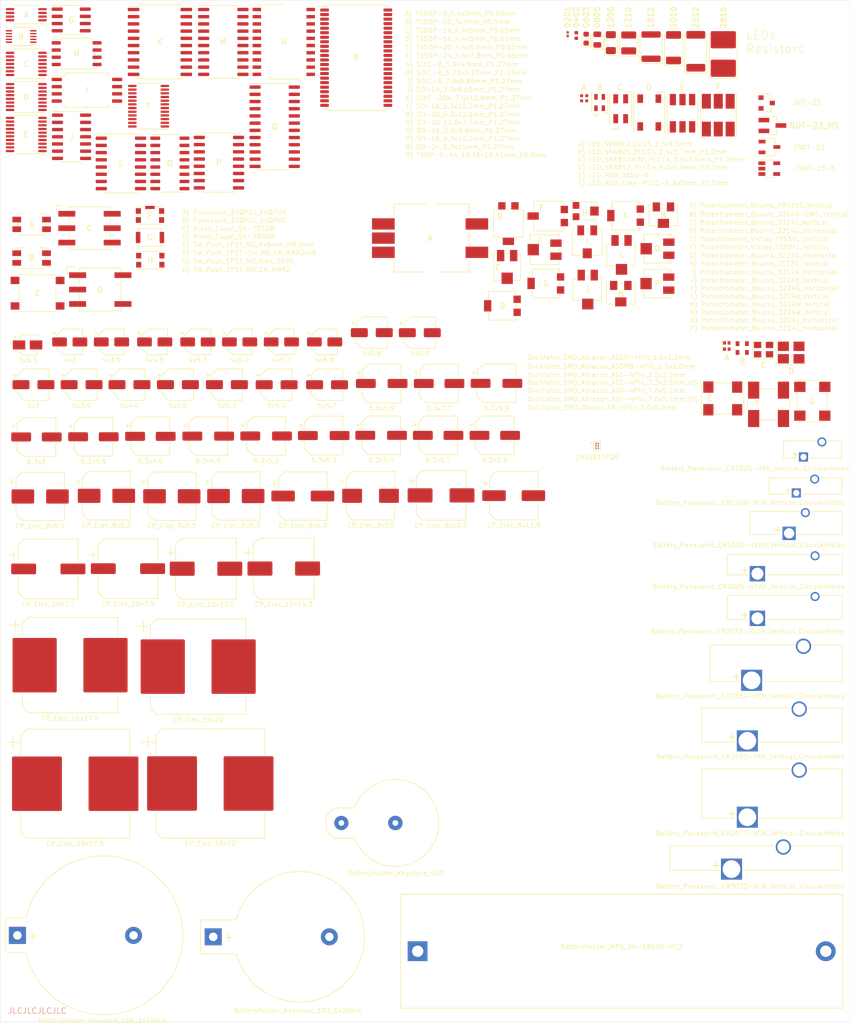
<source format=kicad_pcb>
(kicad_pcb (version 20171130) (host pcbnew "(5.1.10-1-10_14)")
  (layers (0 F.Cu signal) (31 B.Cu signal) (34 B.Paste user) (35 F.Paste user) (36 B.SilkS user) (37 F.SilkS user) (38 B.Mask user) (39 F.Mask user) (44 Edge.Cuts user))
  (net 0 "")
  (module 8-bit-computer:LM3281 (layer F.Cu) (at 170.86 -75.36)
    (fp_text reference REF** hide)
    (fp_text value LM3281YFQR (at 0.03 1.98) (layer F.SilkS) (effects (font (size 0.8 0.8) (thickness 0.1))))
    (pad A1 smd circle (at -0.2 -0.4) (size 0.25 0.25) (layers F.Cu F.Paste F.Mask))
    (pad B1 smd circle (at -0.2 0) (size 0.25 0.25) (layers F.Cu F.Paste F.Mask))
    (pad C1 smd circle (at -0.2 0.4) (size 0.25 0.25) (layers F.Cu F.Paste F.Mask))
    (pad A2 smd circle (at 0.2 -0.4) (size 0.25 0.25) (layers F.Cu F.Paste F.Mask))
    (pad B2 smd circle (at 0.2 0) (size 0.25 0.25) (layers F.Cu F.Paste F.Mask))
    (pad C2 smd circle (at 0.2 0.4) (size 0.25 0.25) (layers F.Cu F.Paste F.Mask))
  )
  (module Battery:BatteryHolder_Keystone_106_1x20mm (layer F.Cu) (at 68.58 10.922)
    (fp_text reference REF** hide)
    (fp_text value BatteryHolder_Keystone_106_1x20mm (at 15 15) (layer F.SilkS) (effects (font (size 0.8 0.8) (thickness 0.1))))
    (fp_text user + (at 2.75 0) (layer F.SilkS) (effects (font (size 1.5 1.5))))
    (pad 2 thru_hole circle (at 20.49 0) (size 3 3) (drill 1.5) (layers *.Cu *.Mask))
    (pad 1 thru_hole rect (at 0 0) (size 3 3) (drill 1.5) (layers *.Cu *.Mask))
  )
  (module Battery:Battery_Panasonic_CR2354-VCN_Vertical_CircularHoles (layer F.Cu) (at 198.12 -34.036)
    (fp_text reference REF** hide)
    (fp_text value Battery_Panasonic_CR2354-VCN_Vertical_CircularHoles (at -0.254 2.794) (layer F.SilkS) (effects (font (size 0.8 0.8) (thickness 0.1))))
    (fp_text user + (at -2.7 -0.75) (layer F.SilkS) (effects (font (size 1.5 1.5))))
    (pad 1 thru_hole rect (at 0 0) (size 3.7 3.7) (drill 3.12) (layers *.Cu *.Mask))
    (pad 2 thru_hole circle (at 9.15 -6) (size 2.7 2.7) (drill 2.12) (layers *.Cu *.Mask))
  )
  (module Battery:Battery_Panasonic_CR1220-VCN_Vertical_CircularHoles (layer F.Cu) (at 205.994 -67.056)
    (fp_text reference REF** hide)
    (fp_text value Battery_Panasonic_CR1220-VCN_Vertical_CircularHoles (at -8.128 1.7) (layer F.SilkS) (effects (font (size 0.8 0.8) (thickness 0.1))))
    (fp_text user + (at -1.46 -0.5) (layer F.SilkS))
    (pad 1 thru_hole rect (at 0 0 90) (size 1.6 1.6) (drill 1.09) (layers *.Cu *.Mask))
    (pad 2 thru_hole circle (at 3.25 -2.45) (size 1.6 1.6) (drill 1.09) (layers *.Cu *.Mask))
  )
  (module Battery:Battery_Panasonic_CR2032-VS1N_Vertical_CircularHoles (layer F.Cu) (at 199.136 -44.958)
    (fp_text reference REF** hide)
    (fp_text value Battery_Panasonic_CR2032-VS1N_Vertical_CircularHoles (at -1.778 2.286) (layer F.SilkS) (effects (font (size 0.8 0.8) (thickness 0.1))))
    (fp_text user + (at -2.2 -0.7) (layer F.SilkS) (effects (font (size 1.5 1.5))))
    (pad 1 thru_hole rect (at 0 0 90) (size 2.7 2.7) (drill 2.12) (layers *.Cu *.Mask))
    (pad 2 thru_hole circle (at 10.17 -3.85) (size 1.6 1.6) (drill 1.09) (layers *.Cu *.Mask))
  )
  (module Battery:Battery_Panasonic_CR1025-VSK_Vertical_CircularHoles (layer F.Cu) (at 207.264 -73.406)
    (fp_text reference REF** hide)
    (fp_text value Battery_Panasonic_CR1025-VSK_Vertical_CircularHoles (at -8.636 2.032) (layer F.SilkS) (effects (font (size 0.8 0.8) (thickness 0.1))))
    (fp_text user + (at -1.46 -0.5) (layer F.SilkS))
    (pad 2 thru_hole circle (at 3.25 -2.65) (size 1.6 1.6) (drill 1.09) (layers *.Cu *.Mask))
    (pad 1 thru_hole rect (at 0 0) (size 1.6 1.6) (drill 1.09) (layers *.Cu *.Mask))
  )
  (module Battery:Battery_Panasonic_CR3032-VCN_Vertical_CircularHoles (layer F.Cu) (at 194.564 -0.762)
    (fp_text reference REF** hide)
    (fp_text value Battery_Panasonic_CR3032-VCN_Vertical_CircularHoles (at 3.302 3.048) (layer F.SilkS) (effects (font (size 0.8 0.8) (thickness 0.1))))
    (fp_text user + (at -2.7 -0.75) (layer F.SilkS) (effects (font (size 1.5 1.5))))
    (pad 1 thru_hole rect (at 0 0) (size 3.7 3.7) (drill 3.12) (layers *.Cu *.Mask))
    (pad 2 thru_hole circle (at 9.15 -3.9) (size 2.7 2.7) (drill 2.12) (layers *.Cu *.Mask))
  )
  (module Battery:BatteryHolder_Keystone_500 (layer F.Cu) (at 125.73 -8.89)
    (fp_text reference REF** hide)
    (fp_text value BatteryHolder_Keystone_500 (at 9.55 8.85) (layer F.SilkS) (effects (font (size 0.8 0.8) (thickness 0.1))))
    (pad 1 thru_hole circle (at 0 0) (size 2.5 2.5) (drill 1.02) (layers *.Cu *.Mask))
    (pad 2 thru_hole circle (at 9.53 0) (size 2.54 2.54) (drill 1.02) (layers *.Cu *.Mask))
  )
  (module Battery:Battery_Panasonic_CR1632-V1AN_Vertical_CircularHoles (layer F.Cu) (at 204.724 -59.944)
    (fp_text reference REF** hide)
    (fp_text value Battery_Panasonic_CR1632-V1AN_Vertical_CircularHoles (at -7.112 2.032) (layer F.SilkS) (effects (font (size 0.8 0.8) (thickness 0.1))))
    (fp_text user + (at -2.01 -0.75) (layer F.SilkS) (effects (font (size 1.5 1.5))))
    (pad 1 thru_hole rect (at 0 0 90) (size 2.35 2.35) (drill 1.82) (layers *.Cu *.Mask))
    (pad 2 thru_hole circle (at 2.875 -3.65) (size 1.6 1.6) (drill 1.09) (layers *.Cu *.Mask))
  )
  (module Battery:Battery_Panasonic_CR2025-V1AK_Vertical_CircularHoles (layer F.Cu) (at 199.136 -52.832)
    (fp_text reference REF** hide)
    (fp_text value Battery_Panasonic_CR2025-V1AK_Vertical_CircularHoles (at -1.524 2.286) (layer F.SilkS) (effects (font (size 0.8 0.8) (thickness 0.1))))
    (fp_text user + (at -2.2 -0.75) (layer F.SilkS) (effects (font (size 1.5 1.5))))
    (pad 1 thru_hole rect (at 0 0 90) (size 2.7 2.7) (drill 2.12) (layers *.Cu *.Mask))
    (pad 2 thru_hole circle (at 10.17 -3.15) (size 1.6 1.6) (drill 1.09) (layers *.Cu *.Mask))
  )
  (module Battery:Battery_Panasonic_CR2477-VCN_Vertical_CircularHoles (layer F.Cu) (at 197.358 -9.906)
    (fp_text reference REF** hide)
    (fp_text value Battery_Panasonic_CR2477-VCN_Vertical_CircularHoles (at 0.508 2.794) (layer F.SilkS) (effects (font (size 0.8 0.8) (thickness 0.1))))
    (fp_text user + (at -2.7 -0.75) (layer F.SilkS) (effects (font (size 1.5 1.5))))
    (pad 1 thru_hole rect (at 0 0) (size 3.7 3.7) (drill 3.12) (layers *.Cu *.Mask))
    (pad 2 thru_hole circle (at 9.15 -8.3) (size 2.7 2.7) (drill 2.12) (layers *.Cu *.Mask))
  )
  (module Battery:Battery_Panasonic_CR2450-VAN_Vertical_CircularHoles (layer F.Cu) (at 197.358 -23.368)
    (fp_text reference REF** hide)
    (fp_text value Battery_Panasonic_CR2450-VAN_Vertical_CircularHoles (at 0.508 2.794) (layer F.SilkS) (effects (font (size 0.8 0.8) (thickness 0.1))))
    (fp_text user + (at -2.7 -0.75) (layer F.SilkS) (effects (font (size 1.5 1.5))))
    (pad 1 thru_hole rect (at 0 0) (size 3.7 3.7) (drill 3.12) (layers *.Cu *.Mask))
    (pad 2 thru_hole circle (at 9.15 -5.6) (size 2.7 2.7) (drill 2.12) (layers *.Cu *.Mask))
  )
  (module Battery:BatteryHolder_MPD_BH-18650-PC2 (layer F.Cu) (at 139.192 13.716)
    (fp_text reference REF** hide)
    (fp_text value BatteryHolder_MPD_BH-18650-PC2 (at 36 -0.8) (layer F.SilkS) (effects (font (size 0.8 0.8) (thickness 0.1))))
    (pad 2 thru_hole circle (at 72 0) (size 3.5 3.5) (drill 2) (layers *.Cu *.Mask))
    (pad 1 thru_hole rect (at 0 0) (size 3.5 3.5) (drill 2) (layers *.Cu *.Mask))
    (pad "" np_thru_hole circle (at 8.645 0) (size 3.2 3.2) (drill 3.2) (layers *.Cu *.Mask))
    (pad "" np_thru_hole circle (at 64.255 0) (size 3.2 3.2) (drill 3.2) (layers *.Cu *.Mask))
  )
  (module Battery:BatteryHolder_Keystone_103_1x20mm (layer F.Cu) (at 103.124 11.176)
    (fp_text reference REF** hide)
    (fp_text value BatteryHolder_Keystone_103_1x20mm (at 15 13) (layer F.SilkS) (effects (font (size 0.8 0.8) (thickness 0.1))))
    (fp_text user + (at 2.75 0) (layer F.SilkS) (effects (font (size 1.5 1.5))))
    (pad 2 thru_hole circle (at 20.49 0) (size 3 3) (drill 1.5) (layers *.Cu *.Mask))
    (pad 1 thru_hole rect (at 0 0) (size 3 3) (drill 1.5) (layers *.Cu *.Mask))
  )
  (module Button_Switch_SMD:SW_Push_SPST_NO_Alps_SKRK (layer F.Cu) (at 91.97 -112.09)
    (fp_text reference REF** hide)
    (fp_text value "G) SW_Push_SPST_NO_Alps_SKRK" (at 15.57 4.16) (layer F.SilkS) (effects (font (size 0.8 0.8) (thickness 0.1))))
    (fp_text user G (at 0 0) (layer F.SilkS))
    (pad 1 smd roundrect (at -2.1 0) (size 0.8 2) (layers F.Cu F.Paste F.Mask))
    (pad 2 smd roundrect (at 2.1 0) (size 0.8 2) (layers F.Cu F.Paste F.Mask))
  )
  (module Button_Switch_SMD:SW_Push_1P1T_NO_CK_KMR2 (layer F.Cu) (at 92.02 -108.09)
    (fp_text reference REF** hide)
    (fp_text value "H) SW_Push_1P1T_NO_CK_KMR2" (at 15.16 1.65) (layer F.SilkS) (effects (font (size 0.8 0.8) (thickness 0.1))))
    (fp_text user H (at 0 0) (layer F.SilkS))
    (pad 2 smd rect (at 2.05 0.8) (size 0.9 1) (layers F.Cu F.Paste F.Mask))
    (pad 1 smd rect (at 2.05 -0.8) (size 0.9 1) (layers F.Cu F.Paste F.Mask))
    (pad 2 smd rect (at -2.05 0.8) (size 0.9 1) (layers F.Cu F.Paste F.Mask))
    (pad 1 smd rect (at -2.05 -0.8) (size 0.9 1) (layers F.Cu F.Paste F.Mask))
  )
  (module Button_Switch_SMD:SW_Push_1P1T-SH_NO_CK_KMR2xxG (layer F.Cu) (at 91.97 -115.96)
    (fp_text reference REF** hide)
    (fp_text value "F) SW_Push_1P1T-SH_NO_CK_KMR2xxG" (at 17.58 6.56) (layer F.SilkS) (effects (font (size 0.8 0.8) (thickness 0.1))))
    (fp_text user F (at 0 0) (layer F.SilkS))
    (pad SH smd rect (at 0 -1.425) (size 1.7 0.55) (layers F.Cu F.Paste F.Mask))
    (pad 1 smd rect (at -2.05 -0.8) (size 0.9 1) (layers F.Cu F.Paste F.Mask))
    (pad 2 smd rect (at -2.05 0.8) (size 0.9 1) (layers F.Cu F.Paste F.Mask))
    (pad 1 smd rect (at 2.05 -0.8) (size 0.9 1) (layers F.Cu F.Paste F.Mask))
    (pad 2 smd rect (at 2.05 0.8) (size 0.9 1) (layers F.Cu F.Paste F.Mask))
  )
  (module Package_SO:TSOP-II-44_10.16x18.41mm_P0.8mm (layer F.Cu) (at 128.35 -143.78)
    (fp_text reference REF** hide)
    (fp_text value "R) TSOP-II-44_10.16x18.41mm_P0.8mm" (at 21.16 17.15) (layer F.SilkS) (effects (font (size 0.8 0.8) (thickness 0.1))))
    (fp_text user R (at 0 0) (layer F.SilkS))
    (pad 44 smd roundrect (at 5.5875 -8.4) (size 1.525 0.55) (layers F.Cu F.Paste F.Mask))
    (pad 43 smd roundrect (at 5.5875 -7.6) (size 1.525 0.55) (layers F.Cu F.Paste F.Mask))
    (pad 42 smd roundrect (at 5.5875 -6.8) (size 1.525 0.55) (layers F.Cu F.Paste F.Mask))
    (pad 41 smd roundrect (at 5.5875 -6) (size 1.525 0.55) (layers F.Cu F.Paste F.Mask))
    (pad 40 smd roundrect (at 5.5875 -5.2) (size 1.525 0.55) (layers F.Cu F.Paste F.Mask))
    (pad 39 smd roundrect (at 5.5875 -4.4) (size 1.525 0.55) (layers F.Cu F.Paste F.Mask))
    (pad 38 smd roundrect (at 5.5875 -3.6) (size 1.525 0.55) (layers F.Cu F.Paste F.Mask))
    (pad 37 smd roundrect (at 5.5875 -2.8) (size 1.525 0.55) (layers F.Cu F.Paste F.Mask))
    (pad 36 smd roundrect (at 5.5875 -2) (size 1.525 0.55) (layers F.Cu F.Paste F.Mask))
    (pad 35 smd roundrect (at 5.5875 -1.2) (size 1.525 0.55) (layers F.Cu F.Paste F.Mask))
    (pad 34 smd roundrect (at 5.5875 -0.4) (size 1.525 0.55) (layers F.Cu F.Paste F.Mask))
    (pad 33 smd roundrect (at 5.5875 0.4) (size 1.525 0.55) (layers F.Cu F.Paste F.Mask))
    (pad 32 smd roundrect (at 5.5875 1.2) (size 1.525 0.55) (layers F.Cu F.Paste F.Mask))
    (pad 31 smd roundrect (at 5.5875 2) (size 1.525 0.55) (layers F.Cu F.Paste F.Mask))
    (pad 30 smd roundrect (at 5.5875 2.8) (size 1.525 0.55) (layers F.Cu F.Paste F.Mask))
    (pad 29 smd roundrect (at 5.5875 3.6) (size 1.525 0.55) (layers F.Cu F.Paste F.Mask))
    (pad 28 smd roundrect (at 5.5875 4.4) (size 1.525 0.55) (layers F.Cu F.Paste F.Mask))
    (pad 27 smd roundrect (at 5.5875 5.2) (size 1.525 0.55) (layers F.Cu F.Paste F.Mask))
    (pad 26 smd roundrect (at 5.5875 6) (size 1.525 0.55) (layers F.Cu F.Paste F.Mask))
    (pad 25 smd roundrect (at 5.5875 6.8) (size 1.525 0.55) (layers F.Cu F.Paste F.Mask))
    (pad 24 smd roundrect (at 5.5875 7.6) (size 1.525 0.55) (layers F.Cu F.Paste F.Mask))
    (pad 23 smd roundrect (at 5.5875 8.4) (size 1.525 0.55) (layers F.Cu F.Paste F.Mask))
    (pad 22 smd roundrect (at -5.5875 8.4) (size 1.525 0.55) (layers F.Cu F.Paste F.Mask))
    (pad 21 smd roundrect (at -5.5875 7.6) (size 1.525 0.55) (layers F.Cu F.Paste F.Mask))
    (pad 20 smd roundrect (at -5.5875 6.8) (size 1.525 0.55) (layers F.Cu F.Paste F.Mask))
    (pad 19 smd roundrect (at -5.5875 6) (size 1.525 0.55) (layers F.Cu F.Paste F.Mask))
    (pad 18 smd roundrect (at -5.5875 5.2) (size 1.525 0.55) (layers F.Cu F.Paste F.Mask))
    (pad 17 smd roundrect (at -5.5875 4.4) (size 1.525 0.55) (layers F.Cu F.Paste F.Mask))
    (pad 16 smd roundrect (at -5.5875 3.6) (size 1.525 0.55) (layers F.Cu F.Paste F.Mask))
    (pad 15 smd roundrect (at -5.5875 2.8) (size 1.525 0.55) (layers F.Cu F.Paste F.Mask))
    (pad 14 smd roundrect (at -5.5875 2) (size 1.525 0.55) (layers F.Cu F.Paste F.Mask))
    (pad 13 smd roundrect (at -5.5875 1.2) (size 1.525 0.55) (layers F.Cu F.Paste F.Mask))
    (pad 12 smd roundrect (at -5.5875 0.4) (size 1.525 0.55) (layers F.Cu F.Paste F.Mask))
    (pad 11 smd roundrect (at -5.5875 -0.4) (size 1.525 0.55) (layers F.Cu F.Paste F.Mask))
    (pad 10 smd roundrect (at -5.5875 -1.2) (size 1.525 0.55) (layers F.Cu F.Paste F.Mask))
    (pad 9 smd roundrect (at -5.5875 -2) (size 1.525 0.55) (layers F.Cu F.Paste F.Mask))
    (pad 8 smd roundrect (at -5.5875 -2.8) (size 1.525 0.55) (layers F.Cu F.Paste F.Mask))
    (pad 7 smd roundrect (at -5.5875 -3.6) (size 1.525 0.55) (layers F.Cu F.Paste F.Mask))
    (pad 6 smd roundrect (at -5.5875 -4.4) (size 1.525 0.55) (layers F.Cu F.Paste F.Mask))
    (pad 5 smd roundrect (at -5.5875 -5.2) (size 1.525 0.55) (layers F.Cu F.Paste F.Mask))
    (pad 4 smd roundrect (at -5.5875 -6) (size 1.525 0.55) (layers F.Cu F.Paste F.Mask))
    (pad 3 smd roundrect (at -5.5875 -6.8) (size 1.525 0.55) (layers F.Cu F.Paste F.Mask))
    (pad 2 smd roundrect (at -5.5875 -7.6) (size 1.525 0.55) (layers F.Cu F.Paste F.Mask))
    (pad 1 smd roundrect (at -5.5875 -8.4) (size 1.525 0.55) (layers F.Cu F.Paste F.Mask))
  )
  (module Package_TO_SOT_SMD:TSOT-23-5 (layer F.Cu) (at 201.23 -124.23)
    (fp_text reference REF** hide)
    (fp_text value TSOT-23-5 (at 8.12 -0.03) (layer F.SilkS) (effects (font (size 0.8 0.8) (thickness 0.1))))
    (pad 5 smd rect (at 1.31 -0.95) (size 1.22 0.65) (layers F.Cu F.Paste F.Mask))
    (pad 4 smd rect (at 1.31 0.95) (size 1.22 0.65) (layers F.Cu F.Paste F.Mask))
    (pad 3 smd rect (at -1.31 0.95) (size 1.22 0.65) (layers F.Cu F.Paste F.Mask))
    (pad 2 smd rect (at -1.31 0) (size 1.22 0.65) (layers F.Cu F.Paste F.Mask))
    (pad 1 smd rect (at -1.31 -0.95) (size 1.22 0.65) (layers F.Cu F.Paste F.Mask))
  )
  (module Package_TO_SOT_SMD:TSOT-23 (layer F.Cu) (at 201.26 -128.04)
    (fp_text reference REF** hide)
    (fp_text value TSOT-23 (at 7.02 0.1) (layer F.SilkS) (effects (font (size 0.8 0.8) (thickness 0.1))))
    (pad 3 smd rect (at 1.31 0) (size 1.22 0.65) (layers F.Cu F.Paste F.Mask))
    (pad 2 smd rect (at -1.31 0.95) (size 1.22 0.65) (layers F.Cu F.Paste F.Mask))
    (pad 1 smd rect (at -1.31 -0.95) (size 1.22 0.65) (layers F.Cu F.Paste F.Mask))
  )
  (module Package_TO_SOT_SMD:SOT-23_Handsoldering (layer F.Cu) (at 201.78 -131.83)
    (fp_text reference REF** hide)
    (fp_text value SOT-23_Handsoldering hide)
    (fp_text user SOT-23_HS (at 7.4 0.01) (layer F.SilkS))
    (pad 3 smd rect (at 1.5 0) (size 1.9 0.8) (layers F.Cu F.Paste F.Mask))
    (pad 2 smd rect (at -1.5 0.95) (size 1.9 0.8) (layers F.Cu F.Paste F.Mask))
    (pad 1 smd rect (at -1.5 -0.95) (size 1.9 0.8) (layers F.Cu F.Paste F.Mask))
  )
  (module Package_TO_SOT_SMD:SOT-23 (layer F.Cu) (at 200.77 -135.79)
    (fp_text reference REF** hide)
    (fp_text value SOT-23 (at 7.13 -0.11) (layer F.SilkS) (effects (font (size 0.8 0.8) (thickness 0.1))))
    (pad 3 smd rect (at 1 0) (size 0.9 0.8) (layers F.Cu F.Paste F.Mask))
    (pad 2 smd rect (at -1 0.95) (size 0.9 0.8) (layers F.Cu F.Paste F.Mask))
    (pad 1 smd rect (at -1 -0.95) (size 0.9 0.8) (layers F.Cu F.Paste F.Mask))
  )
  (module Oscillator:Oscillator_SMD_Diodes_FN-4Pin_7.0x5.0mm (layer F.Cu) (at 208.822 -83.222)
    (fp_text reference REF** hide)
    (fp_text value Oscillator_SMD_Diodes_FN-4Pin_7.0x5.0mm (at -37 1.102) (layer F.SilkS) (effects (font (size 0.8 0.8) (thickness 0.1))))
    (fp_text user G (at 0 0) (layer F.SilkS))
    (pad 3 smd rect (at 2.2 2.54) (size 2 1.8) (layers F.Cu F.Paste F.Mask))
    (pad 2 smd rect (at -2.2 2.54) (size 2 1.8) (layers F.Cu F.Paste F.Mask))
    (pad 4 smd rect (at 2.2 -2.54) (size 2 1.8) (layers F.Cu F.Paste F.Mask))
    (pad 1 smd rect (at -2.2 -2.54) (size 2 1.8) (layers F.Cu F.Paste F.Mask))
  )
  (module Oscillator:Oscillator_SMD_Abracon_ASV-4Pin_7.0x5.1mm_HandSoldering (layer F.Cu) (at 201.102 -82.682)
    (fp_text reference REF** hide)
    (fp_text value Oscillator_SMD_Abracon_ASV-4Pin_7.0x5.1mm_HS (at -27.502 -0.938) (layer F.SilkS) (effects (font (size 0.8 0.8) (thickness 0.1))))
    (fp_text user F (at -1.966 -0.122) (layer F.SilkS))
    (pad 4 smd rect (at -2.63 -2.5) (size 1.98 3) (layers F.Cu F.Paste F.Mask))
    (pad 3 smd rect (at 2.63 -2.5) (size 1.98 3) (layers F.Cu F.Paste F.Mask))
    (pad 2 smd rect (at 2.63 2.5) (size 1.98 3) (layers F.Cu F.Paste F.Mask))
    (pad 1 smd rect (at -2.63 2.5) (size 1.98 3) (layers F.Cu F.Paste F.Mask))
  )
  (module Oscillator:Oscillator_SMD_Abracon_ASV-4Pin_7.0x5.1mm (layer F.Cu) (at 193.022 -83.722)
    (fp_text reference REF** hide)
    (fp_text value Oscillator_SMD_Abracon_ASV-4Pin_7.0x5.1mm (at -20.53 -1.388) (layer F.SilkS) (effects (font (size 0.8 0.8) (thickness 0.1))))
    (fp_text user E (at -2.268 -0.098) (layer F.SilkS))
    (pad 4 smd rect (at -2.54 -2) (size 1.8 2) (layers F.Cu F.Paste F.Mask))
    (pad 3 smd rect (at 2.54 -2) (size 1.8 2) (layers F.Cu F.Paste F.Mask))
    (pad 2 smd rect (at 2.54 2) (size 1.8 2) (layers F.Cu F.Paste F.Mask))
    (pad 1 smd rect (at -2.54 2) (size 1.8 2) (layers F.Cu F.Paste F.Mask))
  )
  (module Oscillator:Oscillator_SMD_Abracon_ASE-4Pin_3.2x2.5mm_HandSoldering (layer F.Cu) (at 205.094 -91.81)
    (fp_text reference REF** hide)
    (fp_text value Oscillator_SMD_Abracon_ASE-4Pin_3.2x2.5mm_HS (at -31.524 5.3) (layer F.SilkS) (effects (font (size 0.8 0.8) (thickness 0.1))))
    (fp_text user D (at -0.01 3.33) (layer F.SilkS))
    (pad 4 smd rect (at -1.375 -1.1) (size 1.95 1.65) (layers F.Cu F.Paste F.Mask))
    (pad 3 smd rect (at 1.375 -1.1) (size 1.95 1.65) (layers F.Cu F.Paste F.Mask))
    (pad 2 smd rect (at 1.375 1.1) (size 1.95 1.65) (layers F.Cu F.Paste F.Mask))
    (pad 1 smd rect (at -1.375 1.1) (size 1.95 1.65) (layers F.Cu F.Paste F.Mask))
  )
  (module Oscillator:Oscillator_SMD_Abracon_ASE-4Pin_3.2x2.5mm (layer F.Cu) (at 200.224 -92.33)
    (fp_text reference REF** hide)
    (fp_text value Oscillator_SMD_Abracon_ASE-4Pin_3.2x2.5mm (at -27.772 4.46) (layer F.SilkS) (effects (font (size 0.8 0.8) (thickness 0.1))))
    (fp_text user C (at 0.02 2.76) (layer F.SilkS))
    (pad 4 smd rect (at -1.05 -0.825) (size 1.3 1.1) (layers F.Cu F.Paste F.Mask))
    (pad 3 smd rect (at 1.05 -0.825) (size 1.3 1.1) (layers F.Cu F.Paste F.Mask))
    (pad 2 smd rect (at 1.05 0.825) (size 1.3 1.1) (layers F.Cu F.Paste F.Mask))
    (pad 1 smd rect (at -1.05 0.825) (size 1.3 1.1) (layers F.Cu F.Paste F.Mask))
  )
  (module Oscillator:Oscillator_SMD_Abracon_ASDMB-4Pin_2.5x2.0mm (layer F.Cu) (at 196.454 -92.6)
    (fp_text reference REF** hide)
    (fp_text value Oscillator_SMD_Abracon_ASDMB-4Pin_2.5x2.0mm (at -23.122 3.23) (layer F.SilkS) (effects (font (size 0.8 0.8) (thickness 0.1))))
    (fp_text user B (at 0.03 2.43) (layer F.SilkS))
    (pad 4 smd rect (at -0.825 -0.775) (size 0.65 0.85) (layers F.Cu F.Paste F.Mask))
    (pad 3 smd rect (at 0.825 -0.775) (size 0.65 0.85) (layers F.Cu F.Paste F.Mask))
    (pad 2 smd rect (at 0.825 0.775) (size 0.65 0.85) (layers F.Cu F.Paste F.Mask))
    (pad 1 smd rect (at -0.825 0.775) (size 0.65 0.85) (layers F.Cu F.Paste F.Mask))
  )
  (module Oscillator:Oscillator_SMD_Abracon_ASCO-4Pin_1.6x1.2mm (layer F.Cu) (at 193.73 -92.956)
    (fp_text reference REF** hide)
    (fp_text value Oscillator_SMD_Abracon_ASCO-4Pin_1.6x1.2mm (at -20.832 1.994) (layer F.SilkS) (effects (font (size 0.8 0.8) (thickness 0.1))))
    (fp_text user A (at 0.014 2.156) (layer F.SilkS))
    (pad 4 smd rect (at 0.4 -0.55) (size 0.5 0.6) (layers F.Cu F.Paste F.Mask))
    (pad 3 smd rect (at 0.4 0.55) (size 0.5 0.6) (layers F.Cu F.Paste F.Mask))
    (pad 2 smd rect (at -0.4 0.55) (size 0.5 0.6) (layers F.Cu F.Paste F.Mask))
    (pad 1 smd rect (at -0.4 -0.55) (size 0.5 0.6) (layers F.Cu F.Paste F.Mask))
  )
  (module Button_Switch_SMD:SW_Push_1P1T_NO_6x6mm_H9.5mm (layer F.Cu) (at 72.13 -102.27)
    (fp_text reference REF** hide)
    (fp_text value "E) SW_Push_1P1T_NO_6x6mm_H9.5mm" (at 37.21 -8.59) (layer F.SilkS) (effects (font (size 0.8 0.8) (thickness 0.1))))
    (fp_text user E (at 0 0) (layer F.SilkS))
    (pad 2 smd rect (at 3.975 2.25) (size 1.55 1.3) (layers F.Cu F.Paste F.Mask))
    (pad 1 smd rect (at 3.975 -2.25) (size 1.55 1.3) (layers F.Cu F.Paste F.Mask))
    (pad 1 smd rect (at -3.975 -2.25) (size 1.55 1.3) (layers F.Cu F.Paste F.Mask))
    (pad 2 smd rect (at -3.975 2.25) (size 1.55 1.3) (layers F.Cu F.Paste F.Mask))
  )
  (module Button_Switch_SMD:Panasonic_EVQPUL_EVQPUC (layer F.Cu) (at 71.085 -108.47)
    (fp_text reference REF** hide)
    (fp_text value "B) Panasonic_EVQPUL_EVQPUC" (at 35.785 -6.62) (layer F.SilkS) (effects (font (size 0.8 0.8) (thickness 0.1))))
    (fp_text user B (at 0 0) (layer F.SilkS))
    (pad "" np_thru_hole circle (at 0 -1.375 180) (size 0.75 0.75) (drill 0.75) (layers *.Cu *.Mask))
    (pad "" np_thru_hole circle (at 0 1.375 180) (size 0.75 0.75) (drill 0.75) (layers *.Cu *.Mask))
    (pad 1 smd rect (at 2.625 -0.85 180) (size 1.55 1) (layers F.Cu F.Paste F.Mask))
    (pad 1 smd rect (at -2.625 -0.85 180) (size 1.55 1) (layers F.Cu F.Paste F.Mask))
    (pad 2 smd rect (at -2.625 0.85 180) (size 1.55 1) (layers F.Cu F.Paste F.Mask))
    (pad 2 smd rect (at 2.625 0.85 180) (size 1.55 1) (layers F.Cu F.Paste F.Mask))
  )
  (module Button_Switch_SMD:Nidec_Copal_SH-7040B (layer F.Cu) (at 83.2 -102.91)
    (fp_text reference REF** hide)
    (fp_text value "D) Nidec_Copal_SH-7040B" (at 22.58 -9.35) (layer F.SilkS) (effects (font (size 0.8 0.8) (thickness 0.1))))
    (fp_text user D (at 0 0) (layer F.SilkS))
    (pad 2 smd rect (at 4 2.54) (size 3 1) (layers F.Cu F.Paste F.Mask))
    (pad 4 smd rect (at -4 2.54) (size 3 1) (layers F.Cu F.Paste F.Mask))
    (pad C smd rect (at -4 0) (size 3 1) (layers F.Cu F.Paste F.Mask))
    (pad 8 smd rect (at 4 -2.54) (size 3 1) (layers F.Cu F.Paste F.Mask))
    (pad 1 smd rect (at -4 -2.54) (size 3 1) (layers F.Cu F.Paste F.Mask))
  )
  (module Button_Switch_SMD:Nidec_Copal_SH-7010B (layer F.Cu) (at 81.3 -113.73)
    (fp_text reference REF** hide)
    (fp_text value "C) Nidec_Copal_SH-7010B" (at 24.48 0.08) (layer F.SilkS) (effects (font (size 0.8 0.8) (thickness 0.1))))
    (fp_text user C (at 0 0) (layer F.SilkS))
    (pad 2 smd rect (at 4 2.54) (size 3 1) (layers F.Cu F.Paste F.Mask))
    (pad 4 smd rect (at -4 2.54) (size 3 1) (layers F.Cu F.Paste F.Mask))
    (pad C smd rect (at 4 0) (size 3 1) (layers F.Cu F.Paste F.Mask))
    (pad C smd rect (at -4 0) (size 3 1) (layers F.Cu F.Paste F.Mask))
    (pad 8 smd rect (at 4 -2.54) (size 3 1) (layers F.Cu F.Paste F.Mask))
    (pad 1 smd rect (at -4 -2.54) (size 3 1) (layers F.Cu F.Paste F.Mask))
  )
  (module Button_Switch_SMD:Panasonic_EVQPUJ_EVQPUA (layer F.Cu) (at 71.09 -114.4)
    (fp_text reference REF** hide)
    (fp_text value "A) Panasonic_EVQPUJ_EVQPUA" (at 35.74 -2.11) (layer F.SilkS) (effects (font (size 0.8 0.8) (thickness 0.1))))
    (fp_text user A (at 0 0) (layer F.SilkS))
    (pad 1 smd rect (at 2.625 -0.85 180) (size 1.55 1) (layers F.Cu F.Paste F.Mask))
    (pad 1 smd rect (at -2.625 -0.85 180) (size 1.55 1) (layers F.Cu F.Paste F.Mask))
    (pad 2 smd rect (at -2.625 0.85 180) (size 1.55 1) (layers F.Cu F.Paste F.Mask))
    (pad 2 smd rect (at 2.625 0.85 180) (size 1.55 1) (layers F.Cu F.Paste F.Mask))
  )
  (module Potentiometer_SMD:Potentiometer_Vishay_TS53YL_Vertical (layer F.Cu) (at 162.322 -115.87)
    (fp_text reference REF** hide)
    (fp_text value "E) Potentiometer_Vishay_TS53YL_Vertical" (at 37.07 4.05) (layer F.SilkS) (effects (font (size 0.8 0.8) (thickness 0.1))))
    (fp_text user E (at -1.26 -1.45) (layer F.SilkS))
    (pad 3 smd rect (at 2.75 1.15) (size 1.3 1.3) (layers F.Cu F.Paste F.Mask))
    (pad 2 smd rect (at -2.75 0) (size 2 1.3) (layers F.Cu F.Paste F.Mask))
    (pad 1 smd rect (at 2.75 -1.15) (size 1.3 1.3) (layers F.Cu F.Paste F.Mask))
  )
  (module Potentiometer_SMD:Potentiometer_Vishay_TS53YJ_Vertical (layer F.Cu) (at 161.592 -109.94)
    (fp_text reference REF** hide)
    (fp_text value "F) Potentiometer_Vishay_TS53YJ_Vertical" (at 37.82 -0.49) (layer F.SilkS) (effects (font (size 0.8 0.8) (thickness 0.1))))
    (fp_text user F (at -0.78 -1.62) (layer F.SilkS))
    (pad 3 smd rect (at 2 1.15) (size 2 1.3) (layers F.Cu F.Paste F.Mask))
    (pad 2 smd rect (at -2 0) (size 2 2) (layers F.Cu F.Paste F.Mask))
    (pad 1 smd rect (at 2 -1.15) (size 2 1.3) (layers F.Cu F.Paste F.Mask))
  )
  (module Potentiometer_SMD:Potentiometer_Bourns_TC33X_Vertical (layer F.Cu) (at 168.932 -116.75)
    (fp_text reference REF** hide)
    (fp_text value "H) Potentiometer_Bourns_TC33X_Vertical" (at 30.41 9.27) (layer F.SilkS) (effects (font (size 0.8 0.8) (thickness 0.1))))
    (fp_text user H (at -0.24 0.32) (layer F.SilkS))
    (pad 2 smd rect (at 1.45 0) (size 1.5 1.6) (layers F.Cu F.Paste F.Mask))
    (pad 3 smd rect (at -1.8 1) (size 1.2 1.2) (layers F.Cu F.Paste F.Mask))
    (pad 1 smd rect (at -1.8 -1) (size 1.2 1.2) (layers F.Cu F.Paste F.Mask))
  )
  (module Potentiometer_SMD:Potentiometer_Bourns_PRS11S_Vertical (layer F.Cu) (at 141.392 -111.98)
    (fp_text reference REF** hide)
    (fp_text value "A) Potentiometer_Bourns_PRS11S_Vertical" (at 58.4 -5.78) (layer F.SilkS) (effects (font (size 0.8 0.8) (thickness 0.1))))
    (fp_text user A (at 0 0) (layer F.SilkS))
    (pad "" np_thru_hole circle (at 0.25 5.65) (size 1.5 1.5) (drill 1.5) (layers *.Cu *.Mask))
    (pad "" np_thru_hole circle (at 0.25 -5.65) (size 1.5 1.5) (drill 1.5) (layers *.Cu *.Mask))
    (pad 5 smd rect (at 8.25 2.5) (size 4 2) (layers F.Cu F.Paste F.Mask))
    (pad 4 smd rect (at 8.25 -2.5) (size 4 2) (layers F.Cu F.Paste F.Mask))
    (pad 3 smd rect (at -8.25 2.5) (size 4 2) (layers F.Cu F.Paste F.Mask))
    (pad 2 smd rect (at -8.25 0) (size 4 2) (layers F.Cu F.Paste F.Mask))
    (pad 1 smd rect (at -8.25 -2.5) (size 4 2) (layers F.Cu F.Paste F.Mask))
  )
  (module Potentiometer_SMD:Potentiometer_Bourns_3314S_Horizontal (layer F.Cu) (at 169.112 -111.32)
    (fp_text reference REF** hide)
    (fp_text value "I) Potentiometer_Bourns_3314S_Horizontal" (at 31.27 5.35) (layer F.SilkS) (effects (font (size 0.8 0.8) (thickness 0.1))))
    (fp_text user I (at 0 0) (layer F.SilkS))
    (pad 3 smd rect (at -1.15 -2.025) (size 1.2 1.75) (layers F.Cu F.Paste F.Mask))
    (pad 2 smd rect (at 0 2.025) (size 1.6 1.75) (layers F.Cu F.Paste F.Mask))
    (pad 1 smd rect (at 1.15 -2.025) (size 1.2 1.75) (layers F.Cu F.Paste F.Mask))
  )
  (module Potentiometer_SMD:Potentiometer_Bourns_3314R-GM5_Vertical (layer F.Cu) (at 155.202 -114.54)
    (fp_text reference REF** hide)
    (fp_text value "B) Potentiometer_Bourns_3314R-GM5_Vertical" (at 45.94 -1.64) (layer F.SilkS) (effects (font (size 0.8 0.8) (thickness 0.1))))
    (fp_text user B (at -1.51 -1.18) (layer F.SilkS))
    (pad 3 smd rect (at -1.155 -3.125) (size 1.3 1.3) (layers F.Cu F.Paste F.Mask))
    (pad 2 smd rect (at 0 3.125) (size 2 1.3) (layers F.Cu F.Paste F.Mask))
    (pad 1 smd rect (at 1.155 -3.125) (size 1.3 1.3) (layers F.Cu F.Paste F.Mask))
  )
  (module Potentiometer_SMD:Potentiometer_Bourns_3314J_Vertical (layer F.Cu) (at 154.982 -106.9)
    (fp_text reference REF** hide)
    (fp_text value "C) Potentiometer_Bourns_3314J_Vertical" (at 44.33 -7.83) (layer F.SilkS) (effects (font (size 0.8 0.8) (thickness 0.1))))
    (fp_text user C (at -1.61 0.08) (layer F.SilkS))
    (pad 3 smd rect (at -1.15 -2) (size 1.3 2) (layers F.Cu F.Paste F.Mask))
    (pad 2 smd rect (at 0 2) (size 2 2) (layers F.Cu F.Paste F.Mask))
    (pad 1 smd rect (at 1.15 -2) (size 1.3 2) (layers F.Cu F.Paste F.Mask))
  )
  (module Potentiometer_SMD:Potentiometer_Bourns_3224G_Horizontal (layer F.Cu) (at 175.872 -115.94)
    (fp_text reference REF** hide)
    (fp_text value "K) Potentiometer_Bourns_3224G_Horizontal" (at 24.44 12.8) (layer F.SilkS) (effects (font (size 0.8 0.8) (thickness 0.1))))
    (fp_text user K (at 0 0) (layer F.SilkS))
    (pad 3 smd rect (at 2.6 1.15) (size 1.3 1.3) (layers F.Cu F.Paste F.Mask))
    (pad 2 smd rect (at -2.6 0) (size 1.3 2) (layers F.Cu F.Paste F.Mask))
    (pad 1 smd rect (at 2.6 -1.15) (size 1.3 1.3) (layers F.Cu F.Paste F.Mask))
  )
  (module Potentiometer_SMD:Potentiometer_Bourns_3224X_Vertical (layer F.Cu) (at 175.162 -109.02)
    (fp_text reference REF** hide)
    (fp_text value "L) Potentiometer_Bourns_3224X_Vertical" (at 24.42 7.32) (layer F.SilkS) (effects (font (size 0.8 0.8) (thickness 0.1))))
    (fp_text user L (at 0 0) (layer F.SilkS))
    (pad 3 smd rect (at -1.15 -2.55) (size 1.3 1.9) (layers F.Cu F.Paste F.Mask))
    (pad 2 smd rect (at 0 2.55) (size 2 1.9) (layers F.Cu F.Paste F.Mask))
    (pad 1 smd rect (at 1.15 -2.55) (size 1.3 1.9) (layers F.Cu F.Paste F.Mask))
  )
  (module Potentiometer_SMD:Potentiometer_Bourns_3224W_Vertical (layer F.Cu) (at 182.552 -116.03)
    (fp_text reference REF** hide)
    (fp_text value "N) Potentiometer_Bourns_3224W_Vertical" (at 17.03 17.12) (layer F.SilkS) (effects (font (size 0.8 0.8) (thickness 0.1))))
    (fp_text user N (at -0.02 -0.08) (layer F.SilkS))
    (pad 3 smd rect (at -1.25 -1.45) (size 1.3 1.6) (layers F.Cu F.Paste F.Mask))
    (pad 2 smd rect (at 0 1.45) (size 2 1.6) (layers F.Cu F.Paste F.Mask))
    (pad 1 smd rect (at 1.25 -1.45) (size 1.3 1.6) (layers F.Cu F.Paste F.Mask))
  )
  (module Potentiometer_SMD:Potentiometer_Bourns_3224J_Horizontal (layer F.Cu) (at 181.512 -110.11)
    (fp_text reference REF** hide)
    (fp_text value "O) Potentiometer_Bourns_3224J_Horizontal" (at 18.75 12.59) (layer F.SilkS) (effects (font (size 0.8 0.8) (thickness 0.1))))
    (fp_text user O (at 0 0) (layer F.SilkS))
    (pad 3 smd rect (at 2 1.15) (size 2 1.3) (layers F.Cu F.Paste F.Mask))
    (pad 2 smd rect (at -2 0) (size 2 2) (layers F.Cu F.Paste F.Mask))
    (pad 1 smd rect (at 2 -1.15) (size 2 1.3) (layers F.Cu F.Paste F.Mask))
  )
  (module Potentiometer_SMD:Potentiometer_Bourns_3224G_Horizontal (layer F.Cu) (at 161.812 -103.99)
    (fp_text reference REF** hide)
    (fp_text value "G) Potentiometer_Bourns_3224G_Horizontal" (at 38.39 -4.93) (layer F.SilkS) (effects (font (size 0.8 0.8) (thickness 0.1))))
    (fp_text user G (at 0 0) (layer F.SilkS))
    (pad 3 smd rect (at 2.6 1.15) (size 1.3 1.3) (layers F.Cu F.Paste F.Mask))
    (pad 2 smd rect (at -2.6 0) (size 1.3 2) (layers F.Cu F.Paste F.Mask))
    (pad 1 smd rect (at 2.6 -1.15) (size 1.3 1.3) (layers F.Cu F.Paste F.Mask))
  )
  (module Potentiometer_SMD:Potentiometer_Bourns_3214X_Vertical (layer F.Cu) (at 169.202 -102.91)
    (fp_text reference REF** hide)
    (fp_text value "J) Potentiometer_Bourns_3214X_Vertical" (at 30.34 -1.63) (layer F.SilkS) (effects (font (size 0.8 0.8) (thickness 0.1))))
    (fp_text user J (at 0 0) (layer F.SilkS))
    (pad 3 smd rect (at -1.15 -2.55) (size 1.3 1.9) (layers F.Cu F.Paste F.Mask))
    (pad 2 smd rect (at 0 2.55) (size 2 1.9) (layers F.Cu F.Paste F.Mask))
    (pad 1 smd rect (at 1.15 -2.55) (size 1.3 1.9) (layers F.Cu F.Paste F.Mask))
  )
  (module Potentiometer_SMD:Potentiometer_Bourns_3214W_Vertical (layer F.Cu) (at 175.032 -102.19)
    (fp_text reference REF** hide)
    (fp_text value "M) Potentiometer_Bourns_3214W_Vertical" (at 24.52 1.88) (layer F.SilkS) (effects (font (size 0.8 0.8) (thickness 0.1))))
    (fp_text user M (at 0.01 -0.06) (layer F.SilkS))
    (pad 3 smd rect (at -1.25 -1.45) (size 1.3 1.6) (layers F.Cu F.Paste F.Mask))
    (pad 2 smd rect (at 0 1.45) (size 2 1.6) (layers F.Cu F.Paste F.Mask))
    (pad 1 smd rect (at 1.25 -1.45) (size 1.3 1.6) (layers F.Cu F.Paste F.Mask))
  )
  (module Potentiometer_SMD:Potentiometer_Bourns_3214J_Horizontal (layer F.Cu) (at 181.492 -103.96)
    (fp_text reference REF** hide)
    (fp_text value "P) Potentiometer_Bourns_3214J_Horizontal" (at 18.76 7.85) (layer F.SilkS) (effects (font (size 0.8 0.8) (thickness 0.1))))
    (fp_text user P (at 0 0) (layer F.SilkS))
    (pad 3 smd rect (at 2 1.15) (size 2 1.3) (layers F.Cu F.Paste F.Mask))
    (pad 2 smd rect (at -2 0) (size 2 2) (layers F.Cu F.Paste F.Mask))
    (pad 1 smd rect (at 2 -1.15) (size 2 1.3) (layers F.Cu F.Paste F.Mask))
  )
  (module Potentiometer_SMD:Potentiometer_Bourns_3214G_Horizontal (layer F.Cu) (at 154.142 -100.05)
    (fp_text reference REF** hide)
    (fp_text value "D) Potentiometer_Bourns_3214G_Horizontal" (at 46 -13.23) (layer F.SilkS) (effects (font (size 0.8 0.8) (thickness 0.1))))
    (fp_text user D (at 0 0) (layer F.SilkS))
    (pad 3 smd rect (at 2.6 1.15) (size 1.3 1.3) (layers F.Cu F.Paste F.Mask))
    (pad 2 smd rect (at -2.6 0) (size 1.3 2) (layers F.Cu F.Paste F.Mask))
    (pad 1 smd rect (at 2.6 -1.15) (size 1.3 1.3) (layers F.Cu F.Paste F.Mask))
  )
  (module Capacitor_SMD:CP_Elec_18x22 (layer F.Cu) (at 102.61 -15.85)
    (fp_text reference REF** hide)
    (fp_text value CP_Elec_18x22 (at 0 10.55) (layer F.SilkS) (effects (font (size 0.8 0.8) (thickness 0.1))))
    (pad 2 smd roundrect (at 6.75 0) (size 8.8 9.6) (layers F.Cu F.Paste F.Mask) (roundrect_rratio 0.02840897727272727))
    (pad 1 smd roundrect (at -6.75 0) (size 8.8 9.6) (layers F.Cu F.Paste F.Mask) (roundrect_rratio 0.02840897727272727))
  )
  (module Capacitor_SMD:CP_Elec_18x17.5 (layer F.Cu) (at 78.78 -15.81)
    (fp_text reference REF** hide)
    (fp_text value CP_Elec_18x17.5 (at 0 10.55) (layer F.SilkS) (effects (font (size 0.8 0.8) (thickness 0.1))))
    (pad 2 smd roundrect (at 6.75 0) (size 8.8 9.6) (layers F.Cu F.Paste F.Mask) (roundrect_rratio 0.02840897727272727))
    (pad 1 smd roundrect (at -6.75 0) (size 8.8 9.6) (layers F.Cu F.Paste F.Mask) (roundrect_rratio 0.02840897727272727))
  )
  (module Capacitor_SMD:CP_Elec_16x22 (layer F.Cu) (at 100.472 -36.452)
    (fp_text reference REF** hide)
    (fp_text value CP_Elec_16x22 (at 0 9.35) (layer F.SilkS) (effects (font (size 0.8 0.8) (thickness 0.1))))
    (pad 2 smd roundrect (at 6.25 0) (size 7.8 9.6) (layers F.Cu F.Paste F.Mask) (roundrect_rratio 0.03205089743589744))
    (pad 1 smd roundrect (at -6.25 0) (size 7.8 9.6) (layers F.Cu F.Paste F.Mask) (roundrect_rratio 0.03205089743589744))
  )
  (module Capacitor_SMD:CP_Elec_16x17.5 (layer F.Cu) (at 77.866 -36.706)
    (fp_text reference REF** hide)
    (fp_text value CP_Elec_16x17.5 (at 0 9.35) (layer F.SilkS) (effects (font (size 0.8 0.8) (thickness 0.1))))
    (pad 2 smd roundrect (at 6.25 0) (size 7.8 9.6) (layers F.Cu F.Paste F.Mask) (roundrect_rratio 0.03205089743589744))
    (pad 1 smd roundrect (at -6.25 0) (size 7.8 9.6) (layers F.Cu F.Paste F.Mask) (roundrect_rratio 0.03205089743589744))
  )
  (module Capacitor_SMD:CP_Elec_10x14.3 (layer F.Cu) (at 115.57 -53.74)
    (fp_text reference REF** hide)
    (fp_text value CP_Elec_10x14.3 (at 0 6.3) (layer F.SilkS) (effects (font (size 0.8 0.8) (thickness 0.1))))
    (pad 2 smd roundrect (at 4.2 0) (size 4.4 2.5) (layers F.Cu F.Paste F.Mask) (roundrect_rratio 0.1))
    (pad 1 smd roundrect (at -4.2 0) (size 4.4 2.5) (layers F.Cu F.Paste F.Mask) (roundrect_rratio 0.1))
  )
  (module Capacitor_SMD:CP_Elec_10x12.5 (layer F.Cu) (at 101.854 -53.71)
    (fp_text reference REF** hide)
    (fp_text value CP_Elec_10x12.5 (at 0 6.3) (layer F.SilkS) (effects (font (size 0.8 0.8) (thickness 0.1))))
    (pad 2 smd roundrect (at 4.2 0) (size 4.4 2.5) (layers F.Cu F.Paste F.Mask) (roundrect_rratio 0.1))
    (pad 1 smd roundrect (at -4.2 0) (size 4.4 2.5) (layers F.Cu F.Paste F.Mask) (roundrect_rratio 0.1))
  )
  (module Capacitor_SMD:CP_Elec_10x7.9 (layer F.Cu) (at 88.082 -53.72)
    (fp_text reference REF** hide)
    (fp_text value CP_Elec_10x7.9 (at 0 6.2) (layer F.SilkS) (effects (font (size 0.8 0.8) (thickness 0.1))))
    (pad 2 smd roundrect (at 4.35 0) (size 4.4 1.9) (layers F.Cu F.Paste F.Mask) (roundrect_rratio 0.131578947368421))
    (pad 1 smd roundrect (at -4.35 0) (size 4.4 1.9) (layers F.Cu F.Paste F.Mask) (roundrect_rratio 0.131578947368421))
  )
  (module Capacitor_SMD:CP_Elec_10x7.7 (layer F.Cu) (at 74.03 -53.67)
    (fp_text reference REF** hide)
    (fp_text value CP_Elec_10x7.7 (at 0 6.2) (layer F.SilkS) (effects (font (size 0.8 0.8) (thickness 0.1))))
    (pad 2 smd roundrect (at 4.35 0) (size 4.4 1.9) (layers F.Cu F.Paste F.Mask) (roundrect_rratio 0.131578947368421))
    (pad 1 smd roundrect (at -4.35 0) (size 4.4 1.9) (layers F.Cu F.Paste F.Mask) (roundrect_rratio 0.131578947368421))
  )
  (module Capacitor_SMD:CP_Elec_8x11.9 (layer F.Cu) (at 156.14 -66.59)
    (fp_text reference REF** hide)
    (fp_text value CP_Elec_8x11.9 (at 0 5.2) (layer F.SilkS) (effects (font (size 0.8 0.8) (thickness 0.1))))
    (pad 2 smd roundrect (at 3.475 0) (size 4.15 1.9) (layers F.Cu F.Paste F.Mask) (roundrect_rratio 0.131578947368421))
    (pad 1 smd roundrect (at -3.475 0) (size 4.15 1.9) (layers F.Cu F.Paste F.Mask) (roundrect_rratio 0.131578947368421))
  )
  (module Capacitor_SMD:CP_Elec_8x10.5 (layer F.Cu) (at 143.32 -66.63)
    (fp_text reference REF** hide)
    (fp_text value CP_Elec_8x10.5 (at 0 5.3) (layer F.SilkS) (effects (font (size 0.8 0.8) (thickness 0.1))))
    (pad 2 smd roundrect (at 3.7 0) (size 4.4 2.5) (layers F.Cu F.Paste F.Mask) (roundrect_rratio 0.1))
    (pad 1 smd roundrect (at -3.7 0) (size 4.4 2.5) (layers F.Cu F.Paste F.Mask) (roundrect_rratio 0.1))
  )
  (module Capacitor_SMD:CP_Elec_8x10 (layer F.Cu) (at 130.88 -66.56)
    (fp_text reference REF** hide)
    (fp_text value CP_Elec_8x10 (at 0 5.2) (layer F.SilkS) (effects (font (size 0.8 0.8) (thickness 0.1))))
    (pad 2 smd roundrect (at 3.25 0) (size 3.5 2.5) (layers F.Cu F.Paste F.Mask) (roundrect_rratio 0.1))
    (pad 1 smd roundrect (at -3.25 0) (size 3.5 2.5) (layers F.Cu F.Paste F.Mask) (roundrect_rratio 0.1))
  )
  (module Capacitor_SMD:CP_Elec_8x6.9 (layer F.Cu) (at 118.93 -66.52)
    (fp_text reference REF** hide)
    (fp_text value CP_Elec_8x6.9 (at 0 5.2) (layer F.SilkS) (effects (font (size 0.8 0.8) (thickness 0.1))))
    (pad 2 smd roundrect (at 3.475 0) (size 4.15 1.9) (layers F.Cu F.Paste F.Mask) (roundrect_rratio 0.131578947368421))
    (pad 1 smd roundrect (at -3.475 0) (size 4.15 1.9) (layers F.Cu F.Paste F.Mask) (roundrect_rratio 0.131578947368421))
  )
  (module Capacitor_SMD:CP_Elec_8x6.7 (layer F.Cu) (at 107.11 -66.52)
    (fp_text reference REF** hide)
    (fp_text value CP_Elec_8x6.7 (at 0 5.2) (layer F.SilkS) (effects (font (size 0.8 0.8) (thickness 0.1))))
    (pad 2 smd roundrect (at 3.05 0) (size 4 2.5) (layers F.Cu F.Paste F.Mask) (roundrect_rratio 0.1))
    (pad 1 smd roundrect (at -3.05 0) (size 4 2.5) (layers F.Cu F.Paste F.Mask) (roundrect_rratio 0.1))
  )
  (module Capacitor_SMD:CP_Elec_8x6.5 (layer F.Cu) (at 95.82 -66.48)
    (fp_text reference REF** hide)
    (fp_text value CP_Elec_8x6.5 (at 0 5.2) (layer F.SilkS) (effects (font (size 0.8 0.8) (thickness 0.1))))
    (pad 2 smd roundrect (at 3.05 0) (size 4 2.5) (layers F.Cu F.Paste F.Mask) (roundrect_rratio 0.1))
    (pad 1 smd roundrect (at -3.05 0) (size 4 2.5) (layers F.Cu F.Paste F.Mask) (roundrect_rratio 0.1))
  )
  (module Capacitor_SMD:CP_Elec_8x6.2 (layer F.Cu) (at 84.288 -66.554)
    (fp_text reference REF** hide)
    (fp_text value CP_Elec_8x6.2 (at 0 5.2) (layer F.SilkS) (effects (font (size 0.8 0.8) (thickness 0.1))))
    (pad 2 smd roundrect (at 3.05 0) (size 4 2.5) (layers F.Cu F.Paste F.Mask) (roundrect_rratio 0.1))
    (pad 1 smd roundrect (at -3.05 0) (size 4 2.5) (layers F.Cu F.Paste F.Mask) (roundrect_rratio 0.1))
  )
  (module Capacitor_SMD:CP_Elec_8x5.4 (layer F.Cu) (at 72.59 -66.44)
    (fp_text reference REF** hide)
    (fp_text value CP_Elec_8x5.4 (at 0 5.2) (layer F.SilkS) (effects (font (size 0.8 0.8) (thickness 0.1))))
    (pad 2 smd roundrect (at 3.05 0) (size 4 2.5) (layers F.Cu F.Paste F.Mask) (roundrect_rratio 0.1))
    (pad 1 smd roundrect (at -3.05 0) (size 4 2.5) (layers F.Cu F.Paste F.Mask) (roundrect_rratio 0.1))
  )
  (module Capacitor_SMD:CP_Elec_6.3x9.9 (layer F.Cu) (at 153.098 -86.374)
    (fp_text reference REF** hide)
    (fp_text value 6.3x9.9 (at 0 4.35) (layer F.SilkS) (effects (font (size 0.8 0.8) (thickness 0.1))))
    (pad 2 smd roundrect (at 2.8 0) (size 3.5 1.6) (layers F.Cu F.Paste F.Mask) (roundrect_rratio 0.15625))
    (pad 1 smd roundrect (at -2.8 0) (size 3.5 1.6) (layers F.Cu F.Paste F.Mask) (roundrect_rratio 0.15625))
  )
  (module Capacitor_SMD:CP_Elec_6.3x7.7 (layer F.Cu) (at 142.978 -86.354)
    (fp_text reference REF** hide)
    (fp_text value 6.3x7.7 (at 0 4.35) (layer F.SilkS) (effects (font (size 0.8 0.8) (thickness 0.1))))
    (pad 2 smd roundrect (at 2.7 0) (size 3.5 1.6) (layers F.Cu F.Paste F.Mask) (roundrect_rratio 0.15625))
    (pad 1 smd roundrect (at -2.7 0) (size 3.5 1.6) (layers F.Cu F.Paste F.Mask) (roundrect_rratio 0.15625))
  )
  (module Capacitor_SMD:CP_Elec_6.3x5.9 (layer F.Cu) (at 132.848 -86.354)
    (fp_text reference REF** hide)
    (fp_text value 6.3x5.9 (at 0 4.35) (layer F.SilkS) (effects (font (size 0.8 0.8) (thickness 0.1))))
    (pad 2 smd roundrect (at 2.8 0) (size 3.5 1.6) (layers F.Cu F.Paste F.Mask) (roundrect_rratio 0.15625))
    (pad 1 smd roundrect (at -2.8 0) (size 3.5 1.6) (layers F.Cu F.Paste F.Mask) (roundrect_rratio 0.15625))
  )
  (module Capacitor_SMD:CP_Elec_6.3x5.8 (layer F.Cu) (at 152.8 -77.21)
    (fp_text reference REF** hide)
    (fp_text value 6.3x5.8 (at 0 4.35) (layer F.SilkS) (effects (font (size 0.8 0.8) (thickness 0.1))))
    (pad 2 smd roundrect (at 2.7 0) (size 3.5 1.6) (layers F.Cu F.Paste F.Mask) (roundrect_rratio 0.15625))
    (pad 1 smd roundrect (at -2.7 0) (size 3.5 1.6) (layers F.Cu F.Paste F.Mask) (roundrect_rratio 0.15625))
  )
  (module Capacitor_SMD:CP_Elec_6.3x5.7 (layer F.Cu) (at 142.81 -77.21)
    (fp_text reference REF** hide)
    (fp_text value 6.3x5.7 (at 0 4.35) (layer F.SilkS) (effects (font (size 0.8 0.8) (thickness 0.1))))
    (pad 2 smd roundrect (at 2.7 0) (size 3.5 1.6) (layers F.Cu F.Paste F.Mask) (roundrect_rratio 0.15625))
    (pad 1 smd roundrect (at -2.7 0) (size 3.5 1.6) (layers F.Cu F.Paste F.Mask) (roundrect_rratio 0.15625))
  )
  (module Capacitor_SMD:CP_Elec_6.3x5.4 (layer F.Cu) (at 132.75 -77.22)
    (fp_text reference REF** hide)
    (fp_text value 6.3x5.4 (at 0 4.35) (layer F.SilkS) (effects (font (size 0.8 0.8) (thickness 0.1))))
    (pad 2 smd roundrect (at 2.8 0) (size 3.5 1.6) (layers F.Cu F.Paste F.Mask) (roundrect_rratio 0.15625))
    (pad 1 smd roundrect (at -2.8 0) (size 3.5 1.6) (layers F.Cu F.Paste F.Mask) (roundrect_rratio 0.15625))
  )
  (module Capacitor_SMD:CP_Elec_6.3x5.3 (layer F.Cu) (at 122.62 -77.18)
    (fp_text reference REF** hide)
    (fp_text value 6.3x5.3 (at 0 4.35) (layer F.SilkS) (effects (font (size 0.8 0.8) (thickness 0.1))))
    (pad 2 smd roundrect (at 2.8 0) (size 3.5 1.6) (layers F.Cu F.Paste F.Mask) (roundrect_rratio 0.15625))
    (pad 1 smd roundrect (at -2.8 0) (size 3.5 1.6) (layers F.Cu F.Paste F.Mask) (roundrect_rratio 0.15625))
  )
  (module Capacitor_SMD:CP_Elec_6.3x5.2 (layer F.Cu) (at 112.46 -77.1)
    (fp_text reference REF** hide)
    (fp_text value 6.3x5.2 (at 0 4.35) (layer F.SilkS) (effects (font (size 0.8 0.8) (thickness 0.1))))
    (pad 2 smd roundrect (at 2.8 0) (size 3.5 1.6) (layers F.Cu F.Paste F.Mask) (roundrect_rratio 0.15625))
    (pad 1 smd roundrect (at -2.8 0) (size 3.5 1.6) (layers F.Cu F.Paste F.Mask) (roundrect_rratio 0.15625))
  )
  (module Capacitor_SMD:CP_Elec_6.3x4.9 (layer F.Cu) (at 102.24 -77.078)
    (fp_text reference REF** hide)
    (fp_text value 6.3x4.9 (at 0 4.35) (layer F.SilkS) (effects (font (size 0.8 0.8) (thickness 0.1))))
    (pad 2 smd roundrect (at 2.8 0) (size 3.5 1.6) (layers F.Cu F.Paste F.Mask) (roundrect_rratio 0.15625))
    (pad 1 smd roundrect (at -2.8 0) (size 3.5 1.6) (layers F.Cu F.Paste F.Mask) (roundrect_rratio 0.15625))
  )
  (module Capacitor_SMD:CP_Elec_6.3x4.5 (layer F.Cu) (at 92.04 -77.04)
    (fp_text reference REF** hide)
    (fp_text value 6.3x4.5 (at 0 4.35) (layer F.SilkS) (effects (font (size 0.8 0.8) (thickness 0.1))))
    (pad 2 smd roundrect (at 2.7 0) (size 3.5 1.6) (layers F.Cu F.Paste F.Mask) (roundrect_rratio 0.15625))
    (pad 1 smd roundrect (at -2.7 0) (size 3.5 1.6) (layers F.Cu F.Paste F.Mask) (roundrect_rratio 0.15625))
  )
  (module Capacitor_SMD:CP_Elec_6.3x3.9 (layer F.Cu) (at 81.99 -76.96)
    (fp_text reference REF** hide)
    (fp_text value 6.3x3.9 (at 0 4.35) (layer F.SilkS) (effects (font (size 0.8 0.8) (thickness 0.1))))
    (pad 2 smd roundrect (at 2.7 0) (size 3.5 1.6) (layers F.Cu F.Paste F.Mask) (roundrect_rratio 0.15625))
    (pad 1 smd roundrect (at -2.7 0) (size 3.5 1.6) (layers F.Cu F.Paste F.Mask) (roundrect_rratio 0.15625))
  )
  (module Capacitor_SMD:CP_Elec_6.3x3 (layer F.Cu) (at 71.94 -76.93)
    (fp_text reference REF** hide)
    (fp_text value 6.3x3 (at 0 4.35) (layer F.SilkS) (effects (font (size 0.8 0.8) (thickness 0.1))))
    (pad 2 smd roundrect (at 2.7 0) (size 3.5 1.6) (layers F.Cu F.Paste F.Mask) (roundrect_rratio 0.15625))
    (pad 1 smd roundrect (at -2.7 0) (size 3.5 1.6) (layers F.Cu F.Paste F.Mask) (roundrect_rratio 0.15625))
  )
  (module Capacitor_SMD:CP_Elec_5x5.9 (layer F.Cu) (at 139.568 -95.304)
    (fp_text reference REF** hide)
    (fp_text value 5x5.9 (at 0 3.7) (layer F.SilkS) (effects (font (size 0.8 0.8) (thickness 0.1))))
    (pad 2 smd roundrect (at 2.2 0) (size 3 1.6) (layers F.Cu F.Paste F.Mask) (roundrect_rratio 0.15625))
    (pad 1 smd roundrect (at -2.2 0) (size 3 1.6) (layers F.Cu F.Paste F.Mask) (roundrect_rratio 0.15625))
  )
  (module Capacitor_SMD:CP_Elec_5x5.8 (layer F.Cu) (at 131.098 -95.314)
    (fp_text reference REF** hide)
    (fp_text value 5x5.8 (at 0 3.7) (layer F.SilkS) (effects (font (size 0.8 0.8) (thickness 0.1))))
    (pad 2 smd roundrect (at 2.2 0) (size 3 1.6) (layers F.Cu F.Paste F.Mask) (roundrect_rratio 0.15625))
    (pad 1 smd roundrect (at -2.2 0) (size 3 1.6) (layers F.Cu F.Paste F.Mask) (roundrect_rratio 0.15625))
  )
  (module Capacitor_SMD:CP_Elec_5x5.7 (layer F.Cu) (at 123.202 -86.13)
    (fp_text reference REF** hide)
    (fp_text value 5x5.7 (at 0 3.7) (layer F.SilkS) (effects (font (size 0.8 0.8) (thickness 0.1))))
    (pad 2 smd roundrect (at 2.2 0) (size 3 1.6) (layers F.Cu F.Paste F.Mask) (roundrect_rratio 0.15625))
    (pad 1 smd roundrect (at -2.2 0) (size 3 1.6) (layers F.Cu F.Paste F.Mask) (roundrect_rratio 0.15625))
  )
  (module Capacitor_SMD:CP_Elec_5x5.4 (layer F.Cu) (at 114.312 -86.13)
    (fp_text reference REF** hide)
    (fp_text value 5x5.4 (at 0 3.7) (layer F.SilkS) (effects (font (size 0.8 0.8) (thickness 0.1))))
    (pad 2 smd roundrect (at 2.2 0) (size 3 1.6) (layers F.Cu F.Paste F.Mask) (roundrect_rratio 0.15625))
    (pad 1 smd roundrect (at -2.2 0) (size 3 1.6) (layers F.Cu F.Paste F.Mask) (roundrect_rratio 0.15625))
  )
  (module Capacitor_SMD:CP_Elec_5x5.3 (layer F.Cu) (at 105.538 -86.15)
    (fp_text reference REF** hide)
    (fp_text value 5x5.3 (at 0 3.7) (layer F.SilkS) (effects (font (size 0.8 0.8) (thickness 0.1))))
    (pad 2 smd roundrect (at 2.2 0) (size 3 1.6) (layers F.Cu F.Paste F.Mask) (roundrect_rratio 0.15625))
    (pad 1 smd roundrect (at -2.2 0) (size 3 1.6) (layers F.Cu F.Paste F.Mask) (roundrect_rratio 0.15625))
  )
  (module Capacitor_SMD:CP_Elec_5x4.5 (layer F.Cu) (at 96.898 -86.15)
    (fp_text reference REF** hide)
    (fp_text value 5x4.5 (at 0 3.7) (layer F.SilkS) (effects (font (size 0.8 0.8) (thickness 0.1))))
    (pad 2 smd roundrect (at 2.2 0) (size 3 1.6) (layers F.Cu F.Paste F.Mask) (roundrect_rratio 0.15625))
    (pad 1 smd roundrect (at -2.2 0) (size 3 1.6) (layers F.Cu F.Paste F.Mask) (roundrect_rratio 0.15625))
  )
  (module Capacitor_SMD:CP_Elec_5x4.4 (layer F.Cu) (at 88.348 -86.15)
    (fp_text reference REF** hide)
    (fp_text value 5x4.4 (at 0 3.7) (layer F.SilkS) (effects (font (size 0.8 0.8) (thickness 0.1))))
    (pad 2 smd roundrect (at 2.2 0) (size 3 1.6) (layers F.Cu F.Paste F.Mask) (roundrect_rratio 0.15625))
    (pad 1 smd roundrect (at -2.2 0) (size 3 1.6) (layers F.Cu F.Paste F.Mask) (roundrect_rratio 0.15625))
  )
  (module Capacitor_SMD:CP_Elec_5x3.9 (layer F.Cu) (at 79.902 -86.15)
    (fp_text reference REF** hide)
    (fp_text value 5x3.9 (at 0 3.7) (layer F.SilkS) (effects (font (size 0.8 0.8) (thickness 0.1))))
    (pad 2 smd roundrect (at 2.2 0) (size 3 1.6) (layers F.Cu F.Paste F.Mask) (roundrect_rratio 0.15625))
    (pad 1 smd roundrect (at -2.2 0) (size 3 1.6) (layers F.Cu F.Paste F.Mask) (roundrect_rratio 0.15625))
  )
  (module Capacitor_SMD:CP_Elec_5x3 (layer F.Cu) (at 71.412 -86.15)
    (fp_text reference REF** hide)
    (fp_text value 5x3 (at 0 3.7) (layer F.SilkS) (effects (font (size 0.8 0.8) (thickness 0.1))))
    (pad 2 smd roundrect (at 2.2 0) (size 3 1.6) (layers F.Cu F.Paste F.Mask) (roundrect_rratio 0.15625))
    (pad 1 smd roundrect (at -2.2 0) (size 3 1.6) (layers F.Cu F.Paste F.Mask) (roundrect_rratio 0.15625))
  )
  (module Capacitor_SMD:CP_Elec_4x5.8 (layer F.Cu) (at 122.77 -93.682)
    (fp_text reference REF** hide)
    (fp_text value 4x5.8 (at 0 3.2) (layer F.SilkS) (effects (font (size 0.8 0.8) (thickness 0.1))))
    (pad 2 smd roundrect (at 1.8 0) (size 2.6 1.6) (layers F.Cu F.Paste F.Mask) (roundrect_rratio 0.15625))
    (pad 1 smd roundrect (at -1.8 0) (size 2.6 1.6) (layers F.Cu F.Paste F.Mask) (roundrect_rratio 0.15625))
  )
  (module Capacitor_SMD:CP_Elec_4x5.7 (layer F.Cu) (at 115.15 -93.682)
    (fp_text reference REF** hide)
    (fp_text value 4x5.7 (at 0 3.2) (layer F.SilkS) (effects (font (size 0.8 0.8) (thickness 0.1))))
    (pad 2 smd roundrect (at 1.8 0) (size 2.6 1.6) (layers F.Cu F.Paste F.Mask) (roundrect_rratio 0.15625))
    (pad 1 smd roundrect (at -1.8 0) (size 2.6 1.6) (layers F.Cu F.Paste F.Mask) (roundrect_rratio 0.15625))
  )
  (module Capacitor_SMD:CP_Elec_4x5.4 (layer F.Cu) (at 107.784 -93.682)
    (fp_text reference REF** hide)
    (fp_text value 4x5.4 (at 0 3.2) (layer F.SilkS) (effects (font (size 0.8 0.8) (thickness 0.1))))
    (pad 2 smd roundrect (at 1.8 0) (size 2.6 1.6) (layers F.Cu F.Paste F.Mask) (roundrect_rratio 0.15625))
    (pad 1 smd roundrect (at -1.8 0) (size 2.6 1.6) (layers F.Cu F.Paste F.Mask) (roundrect_rratio 0.15625))
  )
  (module Capacitor_SMD:CP_Elec_4x5.3 (layer F.Cu) (at 100.418 -93.682)
    (fp_text reference REF** hide)
    (fp_text value 4x5.3 (at 0 3.2) (layer F.SilkS) (effects (font (size 0.8 0.8) (thickness 0.1))))
    (pad 2 smd roundrect (at 1.8 0) (size 2.6 1.6) (layers F.Cu F.Paste F.Mask) (roundrect_rratio 0.15625))
    (pad 1 smd roundrect (at -1.8 0) (size 2.6 1.6) (layers F.Cu F.Paste F.Mask) (roundrect_rratio 0.15625))
  )
  (module Capacitor_SMD:CP_Elec_4x4.5 (layer F.Cu) (at 92.798 -93.682)
    (fp_text reference REF** hide)
    (fp_text value 4x4.5 (at 0 3.2) (layer F.SilkS) (effects (font (size 0.8 0.8) (thickness 0.1))))
    (pad 2 smd roundrect (at 1.8 0) (size 2.6 1.6) (layers F.Cu F.Paste F.Mask) (roundrect_rratio 0.15625))
    (pad 1 smd roundrect (at -1.8 0) (size 2.6 1.6) (layers F.Cu F.Paste F.Mask) (roundrect_rratio 0.15625))
  )
  (module Capacitor_SMD:CP_Elec_4x3.9 (layer F.Cu) (at 85.178 -93.682)
    (fp_text reference REF** hide)
    (fp_text value 4x3.9 (at 0 3.2) (layer F.SilkS) (effects (font (size 0.8 0.8) (thickness 0.1))))
    (pad 2 smd roundrect (at 1.8 0) (size 2.6 1.6) (layers F.Cu F.Paste F.Mask) (roundrect_rratio 0.15625))
    (pad 1 smd roundrect (at -1.8 0) (size 2.6 1.6) (layers F.Cu F.Paste F.Mask) (roundrect_rratio 0.15625))
  )
  (module Capacitor_SMD:CP_Elec_4x3 (layer F.Cu) (at 77.812 -93.682)
    (fp_text reference REF** hide)
    (fp_text value 4x3 (at 0 3.2) (layer F.SilkS) (effects (font (size 0.8 0.8) (thickness 0.1))))
    (pad 2 smd roundrect (at 1.8 0) (size 2.6 1.6) (layers F.Cu F.Paste F.Mask) (roundrect_rratio 0.15625))
    (pad 1 smd roundrect (at -1.8 0) (size 2.6 1.6) (layers F.Cu F.Paste F.Mask) (roundrect_rratio 0.15625))
  )
  (module Capacitor_SMD:CP_Elec_3x5.3 (layer F.Cu) (at 70.37 -93.15)
    (fp_text reference REF** hide)
    (fp_text value 3x5.3 (at 0 2.7) (layer F.SilkS) (effects (font (size 0.8 0.8) (thickness 0.1))))
    (pad 2 smd rect (at 1.5 0) (size 2.2 1.6) (layers F.Cu F.Paste F.Mask))
    (pad 1 smd rect (at -1.5 0) (size 2.2 1.6) (layers F.Cu F.Paste F.Mask))
  )
  (module LED_SMD:LED_SK6812_EC15_1.5x1.5mm (layer F.Cu) (at 168.57 -136.63)
    (fp_text reference REF** hide)
    (fp_text value "A) LED_SK6812_EC15_1.5x1.5mm" (at 8.97 8.08) (layer F.SilkS) (effects (font (size 0.8 0.8) (thickness 0.1))))
    (fp_text user 1 (at -0.925 -0.45) (layer F.SilkS) (effects (font (size 0.3 0.3) (thickness 0.075))))
    (fp_text user A (at -0.04 -1.89) (layer F.SilkS))
    (pad 1 smd rect (at -0.45 -0.45) (size 0.5 0.5) (layers F.Cu F.Paste F.Mask))
    (pad 2 smd rect (at -0.45 0.45) (size 0.5 0.5) (layers F.Cu F.Paste F.Mask))
    (pad 3 smd rect (at 0.45 0.45) (size 0.5 0.5) (layers F.Cu F.Paste F.Mask))
    (pad 4 smd rect (at 0.45 -0.45) (size 0.5 0.5) (layers F.Cu F.Paste F.Mask))
  )
  (module LED_SMD:LED_SK6812_PLCC4_5.0x5.0mm_P3.2mm (layer F.Cu) (at 180.06 -134.11 90)
    (fp_text reference REF** hide)
    (fp_text value "D) LED_SK6812_PLCC4_5.0x5.0mm_P3.2mm" (at -9.67 0.61 180) (layer F.SilkS) (effects (font (size 0.8 0.8) (thickness 0.1))))
    (fp_text user D (at 4.44 -0.05 180) (layer F.SilkS))
    (pad 3 smd rect (at -2.45 -1.6 90) (size 1.5 1) (layers F.Cu F.Paste F.Mask))
    (pad 4 smd rect (at -2.45 1.6 90) (size 1.5 1) (layers F.Cu F.Paste F.Mask))
    (pad 2 smd rect (at 2.45 -1.6 90) (size 1.5 1) (layers F.Cu F.Paste F.Mask))
    (pad 1 smd rect (at 2.45 1.6 90) (size 1.5 1) (layers F.Cu F.Paste F.Mask))
  )
  (module LED_SMD:LED_SK6812MINI_PLCC4_3.5x3.5mm_P1.75mm (layer F.Cu) (at 175.01 -134.78 90)
    (fp_text reference REF** hide)
    (fp_text value "C) LED_SK6812MINI_PLCC4_3.5x3.5mm_P1.75mm" (at -8.95 7.29 180) (layer F.SilkS) (effects (font (size 0.8 0.8) (thickness 0.1))))
    (fp_text user 1 (at -3.5 -0.875 90) (layer F.SilkS))
    (fp_text user C (at 3.77 -0.09 180) (layer F.SilkS))
    (pad 1 smd rect (at -1.75 -0.875 90) (size 1.6 0.85) (layers F.Cu F.Paste F.Mask))
    (pad 2 smd rect (at -1.75 0.875 90) (size 1.6 0.85) (layers F.Cu F.Paste F.Mask))
    (pad 4 smd rect (at 1.75 -0.875 90) (size 1.6 0.85) (layers F.Cu F.Paste F.Mask))
    (pad 3 smd rect (at 1.75 0.875 90) (size 1.6 0.85) (layers F.Cu F.Paste F.Mask))
  )
  (module LED_SMD:LED_SK6805_PLCC4_2.4x2.7mm_P1.3mm (layer F.Cu) (at 171.3 -135.87 90)
    (fp_text reference REF** hide)
    (fp_text value "B) LED_SK6805_PLCC4_2.4x2.7mm_P1.3mm" (at -8.7 9.32 180) (layer F.SilkS) (effects (font (size 0.8 0.8) (thickness 0.1))))
    (fp_text user 1 (at -2.15 -0.65 90) (layer F.SilkS) (effects (font (size 0.75 0.75) (thickness 0.12))))
    (fp_text user B (at 2.65 -0.02 180) (layer F.SilkS))
    (pad 1 smd rect (at -1 -0.65 90) (size 1 0.6) (layers F.Cu F.Paste F.Mask))
    (pad 2 smd rect (at -1 0.65 90) (size 1 0.6) (layers F.Cu F.Paste F.Mask))
    (pad 4 smd rect (at 1 -0.65 90) (size 1 0.6) (layers F.Cu F.Paste F.Mask))
    (pad 3 smd rect (at 1 0.65 90) (size 1 0.6) (layers F.Cu F.Paste F.Mask))
  )
  (module LED_SMD:LED_RGB_Cree-PLCC-6_6x5mm_P2.1mm (layer F.Cu) (at 192.23 -133.65 90)
    (fp_text reference REF** hide)
    (fp_text value "F) LED_RGB_Cree-PLCC-6_6x5mm_P2.1mm" (at -11.96 -11.47 180) (layer F.SilkS) (effects (font (size 0.8 0.8) (thickness 0.1))))
    (fp_text user F (at 4.94 -0.02 180) (layer F.SilkS))
    (pad 1 smd rect (at -2.45 -2.1 90) (size 2.6 1.6) (layers F.Cu F.Paste F.Mask))
    (pad 2 smd rect (at -2.45 0 90) (size 2.6 1.6) (layers F.Cu F.Paste F.Mask))
    (pad 3 smd rect (at -2.45 2.1 90) (size 2.6 1.6) (layers F.Cu F.Paste F.Mask))
    (pad 6 smd rect (at 2.45 -2.1 90) (size 2.6 1.6) (layers F.Cu F.Paste F.Mask))
    (pad 5 smd rect (at 2.45 0 90) (size 2.6 1.6) (layers F.Cu F.Paste F.Mask))
    (pad 4 smd rect (at 2.45 2.1 90) (size 2.6 1.6) (layers F.Cu F.Paste F.Mask))
  )
  (module LED_SMD:LED_RGB_5050-6 (layer F.Cu) (at 185.92 -133.99 90)
    (fp_text reference REF** hide)
    (fp_text value "E) LED_RGB_5050-6" (at -10.93 -12.18 180) (layer F.SilkS) (effects (font (size 0.8 0.8) (thickness 0.1))))
    (fp_text user E (at 4.58 -0.03 180) (layer F.SilkS))
    (pad 6 smd rect (at 2.4 -1.7 180) (size 1.1 2) (layers F.Cu F.Paste F.Mask))
    (pad 5 smd rect (at 2.4 0 180) (size 1.1 2) (layers F.Cu F.Paste F.Mask))
    (pad 4 smd rect (at 2.4 1.7 180) (size 1.1 2) (layers F.Cu F.Paste F.Mask))
    (pad 3 smd rect (at -2.4 1.7 180) (size 1.1 2) (layers F.Cu F.Paste F.Mask))
    (pad 2 smd rect (at -2.4 0 180) (size 1.1 2) (layers F.Cu F.Paste F.Mask))
    (pad 1 smd rect (at -2.4 -1.7 180) (size 1.1 2) (layers F.Cu F.Paste F.Mask))
  )
  (module LED_SMD:LED_2816_7142Metric (layer F.Cu) (at 193.11 -144.43 90)
    (fp_text reference REF** hide)
    (fp_text value LED_2816_7142Metric hide)
    (fp_text user 2816 (at 6.43 0.035 90) (layer F.SilkS))
    (pad 2 smd roundrect (at 2.5125 0 90) (size 3.025 4.45) (layers F.Cu F.Paste F.Mask) (roundrect_rratio 0.08264495867768595))
    (pad 1 smd roundrect (at -2.5125 0 90) (size 3.025 4.45) (layers F.Cu F.Paste F.Mask) (roundrect_rratio 0.08264495867768595))
  )
  (module LED_SMD:LED_2512_6332Metric (layer F.Cu) (at 188.27 -144.91 90)
    (fp_text reference REF** hide)
    (fp_text value LED_2512_6332Metric hide)
    (fp_text user 2512 (at 5.975 -0.015 90) (layer F.SilkS))
    (pad 2 smd roundrect (at 2.9 0 90) (size 1.35 3.35) (layers F.Cu F.Paste F.Mask) (roundrect_rratio 0.1851844444444445))
    (pad 1 smd roundrect (at -2.9 0 90) (size 1.35 3.35) (layers F.Cu F.Paste F.Mask) (roundrect_rratio 0.1851844444444445))
  )
  (module LED_SMD:LED_2010_5025Metric (layer F.Cu) (at 184.34 -145.54 90)
    (fp_text reference REF** hide)
    (fp_text value LED_2010_5025Metric hide)
    (fp_text user 2010 (at 5.37 -0.035 90) (layer F.SilkS))
    (pad 2 smd roundrect (at 2.25 0 90) (size 1.35 2.65) (layers F.Cu F.Paste F.Mask) (roundrect_rratio 0.1851844444444445))
    (pad 1 smd roundrect (at -2.25 0 90) (size 1.35 2.65) (layers F.Cu F.Paste F.Mask) (roundrect_rratio 0.1851844444444445))
  )
  (module LED_SMD:LED_1812_4532Metric (layer F.Cu) (at 180.37 -145.73 90)
    (fp_text reference REF** hide)
    (fp_text value LED_1812_4532Metric hide)
    (fp_text user 1812 (at 5.13 -0.015 90) (layer F.SilkS))
    (pad 2 smd roundrect (at 2.1375 0 90) (size 1.125 3.4) (layers F.Cu F.Paste F.Mask) (roundrect_rratio 0.2222213333333333))
    (pad 1 smd roundrect (at -2.1375 0 90) (size 1.125 3.4) (layers F.Cu F.Paste F.Mask) (roundrect_rratio 0.2222213333333333))
  )
  (module LED_SMD:LED_1210_3225Metric (layer F.Cu) (at 176.43 -146.38 90)
    (fp_text reference REF** hide)
    (fp_text value LED_1210_3225Metric hide)
    (fp_text user 1210 (at 4.455 -0.075 90) (layer F.SilkS))
    (pad 2 smd roundrect (at 1.4 0 90) (size 1.25 2.65) (layers F.Cu F.Paste F.Mask) (roundrect_rratio 0.2))
    (pad 1 smd roundrect (at -1.4 0 90) (size 1.25 2.65) (layers F.Cu F.Paste F.Mask) (roundrect_rratio 0.2))
  )
  (module LED_SMD:LED_1206_3216Metric (layer F.Cu) (at 173.28 -146.43 90)
    (fp_text reference REF** hide)
    (fp_text value LED_1206_3216Metric hide)
    (fp_text user 1206 (at 4.48 -0.025 90) (layer F.SilkS))
    (pad 2 smd roundrect (at 1.4 0 90) (size 1.25 1.75) (layers F.Cu F.Paste F.Mask) (roundrect_rratio 0.2))
    (pad 1 smd roundrect (at -1.4 0 90) (size 1.25 1.75) (layers F.Cu F.Paste F.Mask) (roundrect_rratio 0.2))
  )
  (module LED_SMD:LED_0805_2012Metric (layer F.Cu) (at 170.89 -146.97 90)
    (fp_text reference REF** hide)
    (fp_text value LED_0805_2012Metric hide)
    (fp_text user 0805 (at 3.94 -0.035 90) (layer F.SilkS))
    (pad 2 smd roundrect (at 0.9375 0 90) (size 0.975 1.4) (layers F.Cu F.Paste F.Mask))
    (pad 1 smd roundrect (at -0.9375 0 90) (size 0.975 1.4) (layers F.Cu F.Paste F.Mask))
  )
  (module LED_SMD:LED_0603_1608Metric (layer F.Cu) (at 168.92 -147.14 90)
    (fp_text reference REF** hide)
    (fp_text value LED_0603_1608Metric hide)
    (fp_text user 0603 (at 3.77 0 90) (layer F.SilkS))
    (pad 2 smd roundrect (at 0.7875 0 90) (size 0.875 0.95) (layers F.Cu F.Paste F.Mask))
    (pad 1 smd roundrect (at -0.7875 0 90) (size 0.875 0.95) (layers F.Cu F.Paste F.Mask))
  )
  (module LED_SMD:LED_0402_1005Metric (layer F.Cu) (at 167.18 -147.695 90)
    (fp_text reference REF** hide)
    (fp_text value LED_0402_1005Metric hide)
    (fp_text user 0402 (at 3.215 0.025 90) (layer F.SilkS))
    (pad 2 smd roundrect (at 0.485 0 90) (size 0.59 0.64) (layers F.Cu F.Paste F.Mask))
    (pad 1 smd roundrect (at -0.485 0 90) (size 0.59 0.64) (layers F.Cu F.Paste F.Mask))
  )
  (module LED_SMD:LED_0201_0603Metric (layer F.Cu) (at 165.655 -147.915 90)
    (fp_text reference REF** hide)
    (fp_text value LED_0201_0603Metric hide)
    (fp_text user 0201 (at 3 -0.02 90) (layer F.SilkS))
    (pad 2 smd roundrect (at 0.32 0 90) (size 0.46 0.4) (layers F.Cu F.Mask))
    (pad 1 smd roundrect (at -0.32 0 90) (size 0.46 0.4) (layers F.Cu F.Mask))
  )
  (module Package_SO:SO-24_5.3x15mm_P1.27mm (layer F.Cu) (at 113.97 -131.61)
    (fp_text reference REF** hide)
    (fp_text value "Q) SO-24_5.3x15mm_P1.27mm" (at 32.6 3.55) (layer F.SilkS) (effects (font (size 0.8 0.8) (thickness 0.1))))
    (fp_text user Q (at 0 0) (layer F.SilkS))
    (pad 24 smd roundrect (at 3.4625 -6.985) (size 1.975 0.6) (layers F.Cu F.Paste F.Mask))
    (pad 23 smd roundrect (at 3.4625 -5.715) (size 1.975 0.6) (layers F.Cu F.Paste F.Mask))
    (pad 22 smd roundrect (at 3.4625 -4.445) (size 1.975 0.6) (layers F.Cu F.Paste F.Mask))
    (pad 21 smd roundrect (at 3.4625 -3.175) (size 1.975 0.6) (layers F.Cu F.Paste F.Mask))
    (pad 20 smd roundrect (at 3.4625 -1.905) (size 1.975 0.6) (layers F.Cu F.Paste F.Mask))
    (pad 19 smd roundrect (at 3.4625 -0.635) (size 1.975 0.6) (layers F.Cu F.Paste F.Mask))
    (pad 18 smd roundrect (at 3.4625 0.635) (size 1.975 0.6) (layers F.Cu F.Paste F.Mask))
    (pad 17 smd roundrect (at 3.4625 1.905) (size 1.975 0.6) (layers F.Cu F.Paste F.Mask))
    (pad 16 smd roundrect (at 3.4625 3.175) (size 1.975 0.6) (layers F.Cu F.Paste F.Mask))
    (pad 15 smd roundrect (at 3.4625 4.445) (size 1.975 0.6) (layers F.Cu F.Paste F.Mask))
    (pad 14 smd roundrect (at 3.4625 5.715) (size 1.975 0.6) (layers F.Cu F.Paste F.Mask))
    (pad 13 smd roundrect (at 3.4625 6.985) (size 1.975 0.6) (layers F.Cu F.Paste F.Mask))
    (pad 12 smd roundrect (at -3.4625 6.985) (size 1.975 0.6) (layers F.Cu F.Paste F.Mask))
    (pad 11 smd roundrect (at -3.4625 5.715) (size 1.975 0.6) (layers F.Cu F.Paste F.Mask))
    (pad 10 smd roundrect (at -3.4625 4.445) (size 1.975 0.6) (layers F.Cu F.Paste F.Mask))
    (pad 9 smd roundrect (at -3.4625 3.175) (size 1.975 0.6) (layers F.Cu F.Paste F.Mask))
    (pad 8 smd roundrect (at -3.4625 1.905) (size 1.975 0.6) (layers F.Cu F.Paste F.Mask))
    (pad 7 smd roundrect (at -3.4625 0.635) (size 1.975 0.6) (layers F.Cu F.Paste F.Mask))
    (pad 6 smd roundrect (at -3.4625 -0.635) (size 1.975 0.6) (layers F.Cu F.Paste F.Mask))
    (pad 5 smd roundrect (at -3.4625 -1.905) (size 1.975 0.6) (layers F.Cu F.Paste F.Mask))
    (pad 4 smd roundrect (at -3.4625 -3.175) (size 1.975 0.6) (layers F.Cu F.Paste F.Mask))
    (pad 3 smd roundrect (at -3.4625 -4.445) (size 1.975 0.6) (layers F.Cu F.Paste F.Mask))
    (pad 2 smd roundrect (at -3.4625 -5.715) (size 1.975 0.6) (layers F.Cu F.Paste F.Mask))
    (pad 1 smd roundrect (at -3.4625 -6.985) (size 1.975 0.6) (layers F.Cu F.Paste F.Mask))
  )
  (module Package_SO:SO-20_12.8x7.5mm_P1.27mm (layer F.Cu) (at 115.57 -146.558)
    (fp_text reference REF** hide)
    (fp_text value "N) SO-20_12.8x7.5mm_P1.27mm" (at 31.6 14.198) (layer F.SilkS) (effects (font (size 0.8 0.8) (thickness 0.1))))
    (fp_text user N (at 0 0) (layer F.SilkS))
    (pad 20 smd rect (at 4.75 -5.715) (size 1.5 0.6) (layers F.Cu F.Paste F.Mask))
    (pad 19 smd rect (at 4.75 -4.445) (size 1.5 0.6) (layers F.Cu F.Paste F.Mask))
    (pad 18 smd rect (at 4.75 -3.175) (size 1.5 0.6) (layers F.Cu F.Paste F.Mask))
    (pad 17 smd rect (at 4.75 -1.905) (size 1.5 0.6) (layers F.Cu F.Paste F.Mask))
    (pad 16 smd rect (at 4.75 -0.635) (size 1.5 0.6) (layers F.Cu F.Paste F.Mask))
    (pad 15 smd rect (at 4.75 0.635) (size 1.5 0.6) (layers F.Cu F.Paste F.Mask))
    (pad 14 smd rect (at 4.75 1.905) (size 1.5 0.6) (layers F.Cu F.Paste F.Mask))
    (pad 13 smd rect (at 4.75 3.175) (size 1.5 0.6) (layers F.Cu F.Paste F.Mask))
    (pad 12 smd rect (at 4.75 4.445) (size 1.5 0.6) (layers F.Cu F.Paste F.Mask))
    (pad 11 smd rect (at 4.75 5.715) (size 1.5 0.6) (layers F.Cu F.Paste F.Mask))
    (pad 10 smd rect (at -4.75 5.715) (size 1.5 0.6) (layers F.Cu F.Paste F.Mask))
    (pad 9 smd rect (at -4.75 4.445) (size 1.5 0.6) (layers F.Cu F.Paste F.Mask))
    (pad 8 smd rect (at -4.75 3.175) (size 1.5 0.6) (layers F.Cu F.Paste F.Mask))
    (pad 7 smd rect (at -4.75 1.905) (size 1.5 0.6) (layers F.Cu F.Paste F.Mask))
    (pad 1 smd rect (at -4.75 -5.715) (size 1.5 0.6) (layers F.Cu F.Paste F.Mask))
    (pad 2 smd rect (at -4.75 -4.445) (size 1.5 0.6) (layers F.Cu F.Paste F.Mask))
    (pad 3 smd rect (at -4.75 -3.175) (size 1.5 0.6) (layers F.Cu F.Paste F.Mask))
    (pad 4 smd rect (at -4.75 -1.905) (size 1.5 0.6) (layers F.Cu F.Paste F.Mask))
    (pad 5 smd rect (at -4.75 -0.635) (size 1.5 0.6) (layers F.Cu F.Paste F.Mask))
    (pad 6 smd rect (at -4.75 0.635) (size 1.5 0.6) (layers F.Cu F.Paste F.Mask))
  )
  (module Package_SO:SO-20_5.3x12.6mm_P1.27mm (layer F.Cu) (at 104.902 -146.558)
    (fp_text reference REF** hide)
    (fp_text value "M) SO-20_5.3x12.6mm_P1.27mm" (at 42.218 12.788) (layer F.SilkS) (effects (font (size 0.8 0.8) (thickness 0.1))))
    (fp_text user M (at 0 0) (layer F.SilkS))
    (pad 20 smd roundrect (at 3.4625 -5.715) (size 1.975 0.6) (layers F.Cu F.Paste F.Mask))
    (pad 19 smd roundrect (at 3.4625 -4.445) (size 1.975 0.6) (layers F.Cu F.Paste F.Mask))
    (pad 18 smd roundrect (at 3.4625 -3.175) (size 1.975 0.6) (layers F.Cu F.Paste F.Mask))
    (pad 17 smd roundrect (at 3.4625 -1.905) (size 1.975 0.6) (layers F.Cu F.Paste F.Mask))
    (pad 16 smd roundrect (at 3.4625 -0.635) (size 1.975 0.6) (layers F.Cu F.Paste F.Mask))
    (pad 15 smd roundrect (at 3.4625 0.635) (size 1.975 0.6) (layers F.Cu F.Paste F.Mask))
    (pad 14 smd roundrect (at 3.4625 1.905) (size 1.975 0.6) (layers F.Cu F.Paste F.Mask))
    (pad 13 smd roundrect (at 3.4625 3.175) (size 1.975 0.6) (layers F.Cu F.Paste F.Mask))
    (pad 12 smd roundrect (at 3.4625 4.445) (size 1.975 0.6) (layers F.Cu F.Paste F.Mask))
    (pad 11 smd roundrect (at 3.4625 5.715) (size 1.975 0.6) (layers F.Cu F.Paste F.Mask))
    (pad 10 smd roundrect (at -3.4625 5.715) (size 1.975 0.6) (layers F.Cu F.Paste F.Mask))
    (pad 9 smd roundrect (at -3.4625 4.445) (size 1.975 0.6) (layers F.Cu F.Paste F.Mask))
    (pad 8 smd roundrect (at -3.4625 3.175) (size 1.975 0.6) (layers F.Cu F.Paste F.Mask))
    (pad 7 smd roundrect (at -3.4625 1.905) (size 1.975 0.6) (layers F.Cu F.Paste F.Mask))
    (pad 6 smd roundrect (at -3.4625 0.635) (size 1.975 0.6) (layers F.Cu F.Paste F.Mask))
    (pad 5 smd roundrect (at -3.4625 -0.635) (size 1.975 0.6) (layers F.Cu F.Paste F.Mask))
    (pad 4 smd roundrect (at -3.4625 -1.905) (size 1.975 0.6) (layers F.Cu F.Paste F.Mask))
    (pad 3 smd roundrect (at -3.4625 -3.175) (size 1.975 0.6) (layers F.Cu F.Paste F.Mask))
    (pad 2 smd roundrect (at -3.4625 -4.445) (size 1.975 0.6) (layers F.Cu F.Paste F.Mask))
    (pad 1 smd roundrect (at -3.4625 -5.715) (size 1.975 0.6) (layers F.Cu F.Paste F.Mask))
  )
  (module Package_SO:SOIC-20W_7.5x12.8mm_P1.27mm (layer F.Cu) (at 93.726 -146.558)
    (fp_text reference REF** hide)
    (fp_text value "K) SOIC-20W_7.5x12.8mm_P1.27mm" (at 54.464 9.868) (layer F.SilkS) (effects (font (size 0.8 0.8) (thickness 0.1))))
    (fp_text user K (at 0 0) (layer F.SilkS))
    (pad 20 smd roundrect (at 4.65 -5.715) (size 2.05 0.6) (layers F.Cu F.Paste F.Mask))
    (pad 19 smd roundrect (at 4.65 -4.445) (size 2.05 0.6) (layers F.Cu F.Paste F.Mask))
    (pad 18 smd roundrect (at 4.65 -3.175) (size 2.05 0.6) (layers F.Cu F.Paste F.Mask))
    (pad 17 smd roundrect (at 4.65 -1.905) (size 2.05 0.6) (layers F.Cu F.Paste F.Mask))
    (pad 16 smd roundrect (at 4.65 -0.635) (size 2.05 0.6) (layers F.Cu F.Paste F.Mask))
    (pad 15 smd roundrect (at 4.65 0.635) (size 2.05 0.6) (layers F.Cu F.Paste F.Mask))
    (pad 14 smd roundrect (at 4.65 1.905) (size 2.05 0.6) (layers F.Cu F.Paste F.Mask))
    (pad 13 smd roundrect (at 4.65 3.175) (size 2.05 0.6) (layers F.Cu F.Paste F.Mask))
    (pad 12 smd roundrect (at 4.65 4.445) (size 2.05 0.6) (layers F.Cu F.Paste F.Mask))
    (pad 11 smd roundrect (at 4.65 5.715) (size 2.05 0.6) (layers F.Cu F.Paste F.Mask))
    (pad 10 smd roundrect (at -4.65 5.715) (size 2.05 0.6) (layers F.Cu F.Paste F.Mask))
    (pad 9 smd roundrect (at -4.65 4.445) (size 2.05 0.6) (layers F.Cu F.Paste F.Mask))
    (pad 8 smd roundrect (at -4.65 3.175) (size 2.05 0.6) (layers F.Cu F.Paste F.Mask))
    (pad 7 smd roundrect (at -4.65 1.905) (size 2.05 0.6) (layers F.Cu F.Paste F.Mask))
    (pad 6 smd roundrect (at -4.65 0.635) (size 2.05 0.6) (layers F.Cu F.Paste F.Mask))
    (pad 5 smd roundrect (at -4.65 -0.635) (size 2.05 0.6) (layers F.Cu F.Paste F.Mask))
    (pad 4 smd roundrect (at -4.65 -1.905) (size 2.05 0.6) (layers F.Cu F.Paste F.Mask))
    (pad 3 smd roundrect (at -4.65 -3.175) (size 2.05 0.6) (layers F.Cu F.Paste F.Mask))
    (pad 2 smd roundrect (at -4.65 -4.445) (size 2.05 0.6) (layers F.Cu F.Paste F.Mask))
    (pad 1 smd roundrect (at -4.65 -5.715) (size 2.05 0.6) (layers F.Cu F.Paste F.Mask))
  )
  (module Package_SO:SO-16_5.3x10.2mm_P1.27mm (layer F.Cu) (at 104.13 -125.28)
    (fp_text reference REF** hide)
    (fp_text value "P) SO-16_5.3x10.2mm_P1.27mm" (at 43.05 -4.22) (layer F.SilkS) (effects (font (size 0.8 0.8) (thickness 0.1))))
    (fp_text user P (at 0 0) (layer F.SilkS))
    (pad 16 smd roundrect (at 3.4625 -4.445) (size 1.975 0.6) (layers F.Cu F.Paste F.Mask))
    (pad 15 smd roundrect (at 3.4625 -3.175) (size 1.975 0.6) (layers F.Cu F.Paste F.Mask))
    (pad 14 smd roundrect (at 3.4625 -1.905) (size 1.975 0.6) (layers F.Cu F.Paste F.Mask))
    (pad 13 smd roundrect (at 3.4625 -0.635) (size 1.975 0.6) (layers F.Cu F.Paste F.Mask))
    (pad 12 smd roundrect (at 3.4625 0.635) (size 1.975 0.6) (layers F.Cu F.Paste F.Mask))
    (pad 11 smd roundrect (at 3.4625 1.905) (size 1.975 0.6) (layers F.Cu F.Paste F.Mask))
    (pad 10 smd roundrect (at 3.4625 3.175) (size 1.975 0.6) (layers F.Cu F.Paste F.Mask))
    (pad 9 smd roundrect (at 3.4625 4.445) (size 1.975 0.6) (layers F.Cu F.Paste F.Mask))
    (pad 8 smd roundrect (at -3.4625 4.445) (size 1.975 0.6) (layers F.Cu F.Paste F.Mask))
    (pad 7 smd roundrect (at -3.4625 3.175) (size 1.975 0.6) (layers F.Cu F.Paste F.Mask))
    (pad 6 smd roundrect (at -3.4625 1.905) (size 1.975 0.6) (layers F.Cu F.Paste F.Mask))
    (pad 5 smd roundrect (at -3.4625 0.635) (size 1.975 0.6) (layers F.Cu F.Paste F.Mask))
    (pad 4 smd roundrect (at -3.4625 -0.635) (size 1.975 0.6) (layers F.Cu F.Paste F.Mask))
    (pad 3 smd roundrect (at -3.4625 -1.905) (size 1.975 0.6) (layers F.Cu F.Paste F.Mask))
    (pad 2 smd roundrect (at -3.4625 -3.175) (size 1.975 0.6) (layers F.Cu F.Paste F.Mask))
    (pad 1 smd roundrect (at -3.4625 -4.445) (size 1.975 0.6) (layers F.Cu F.Paste F.Mask))
  )
  (module Package_SO:SO-16_3.9x9.9mm_P1.27mm (layer F.Cu) (at 95.474 -125.142)
    (fp_text reference REF** hide)
    (fp_text value "O) SO-16_3.9x9.9mm_P1.27mm" (at 51.336 -5.788) (layer F.SilkS) (effects (font (size 0.8 0.8) (thickness 0.1))))
    (fp_text user O (at 0 0) (layer F.SilkS))
    (pad 16 smd roundrect (at 2.575 -4.445) (size 1.75 0.6) (layers F.Cu F.Paste F.Mask))
    (pad 15 smd roundrect (at 2.575 -3.175) (size 1.75 0.6) (layers F.Cu F.Paste F.Mask))
    (pad 14 smd roundrect (at 2.575 -1.905) (size 1.75 0.6) (layers F.Cu F.Paste F.Mask))
    (pad 13 smd roundrect (at 2.575 -0.635) (size 1.75 0.6) (layers F.Cu F.Paste F.Mask))
    (pad 12 smd roundrect (at 2.575 0.635) (size 1.75 0.6) (layers F.Cu F.Paste F.Mask))
    (pad 11 smd roundrect (at 2.575 1.905) (size 1.75 0.6) (layers F.Cu F.Paste F.Mask))
    (pad 10 smd roundrect (at 2.575 3.175) (size 1.75 0.6) (layers F.Cu F.Paste F.Mask))
    (pad 9 smd roundrect (at 2.575 4.445) (size 1.75 0.6) (layers F.Cu F.Paste F.Mask))
    (pad 8 smd roundrect (at -2.575 4.445) (size 1.75 0.6) (layers F.Cu F.Paste F.Mask))
    (pad 7 smd roundrect (at -2.575 3.175) (size 1.75 0.6) (layers F.Cu F.Paste F.Mask))
    (pad 6 smd roundrect (at -2.575 1.905) (size 1.75 0.6) (layers F.Cu F.Paste F.Mask))
    (pad 5 smd roundrect (at -2.575 0.635) (size 1.75 0.6) (layers F.Cu F.Paste F.Mask))
    (pad 4 smd roundrect (at -2.575 -0.635) (size 1.75 0.6) (layers F.Cu F.Paste F.Mask))
    (pad 3 smd roundrect (at -2.575 -1.905) (size 1.75 0.6) (layers F.Cu F.Paste F.Mask))
    (pad 2 smd roundrect (at -2.575 -3.175) (size 1.75 0.6) (layers F.Cu F.Paste F.Mask))
    (pad 1 smd roundrect (at -2.575 -4.445) (size 1.75 0.6) (layers F.Cu F.Paste F.Mask))
  )
  (module Package_SO:SO-16_5.3x10.2mm_P1.27mm (layer F.Cu) (at 86.838 -125.142)
    (fp_text reference REF** hide)
    (fp_text value "L) SO-16_5.3x10.2mm_P1.27mm" (at 60.372 -10.098) (layer F.SilkS) (effects (font (size 0.8 0.8) (thickness 0.1))))
    (fp_text user L (at 0 0) (layer F.SilkS))
    (pad 16 smd roundrect (at 3.4625 -4.445) (size 1.975 0.6) (layers F.Cu F.Paste F.Mask))
    (pad 15 smd roundrect (at 3.4625 -3.175) (size 1.975 0.6) (layers F.Cu F.Paste F.Mask))
    (pad 14 smd roundrect (at 3.4625 -1.905) (size 1.975 0.6) (layers F.Cu F.Paste F.Mask))
    (pad 13 smd roundrect (at 3.4625 -0.635) (size 1.975 0.6) (layers F.Cu F.Paste F.Mask))
    (pad 12 smd roundrect (at 3.4625 0.635) (size 1.975 0.6) (layers F.Cu F.Paste F.Mask))
    (pad 11 smd roundrect (at 3.4625 1.905) (size 1.975 0.6) (layers F.Cu F.Paste F.Mask))
    (pad 10 smd roundrect (at 3.4625 3.175) (size 1.975 0.6) (layers F.Cu F.Paste F.Mask))
    (pad 9 smd roundrect (at 3.4625 4.445) (size 1.975 0.6) (layers F.Cu F.Paste F.Mask))
    (pad 8 smd roundrect (at -3.4625 4.445) (size 1.975 0.6) (layers F.Cu F.Paste F.Mask))
    (pad 7 smd roundrect (at -3.4625 3.175) (size 1.975 0.6) (layers F.Cu F.Paste F.Mask))
    (pad 6 smd roundrect (at -3.4625 1.905) (size 1.975 0.6) (layers F.Cu F.Paste F.Mask))
    (pad 5 smd roundrect (at -3.4625 0.635) (size 1.975 0.6) (layers F.Cu F.Paste F.Mask))
    (pad 4 smd roundrect (at -3.4625 -0.635) (size 1.975 0.6) (layers F.Cu F.Paste F.Mask))
    (pad 3 smd roundrect (at -3.4625 -1.905) (size 1.975 0.6) (layers F.Cu F.Paste F.Mask))
    (pad 2 smd roundrect (at -3.4625 -3.175) (size 1.975 0.6) (layers F.Cu F.Paste F.Mask))
    (pad 1 smd roundrect (at -3.4625 -4.445) (size 1.975 0.6) (layers F.Cu F.Paste F.Mask))
  )
  (module Package_SO:SO-14_3.9x8.65mm_P1.27mm (layer F.Cu) (at 78.13 -129.84)
    (fp_text reference REF** hide)
    (fp_text value "J) SO-14_3.9x8.65mm_P1.27mm" (at 69.11 -8.35) (layer F.SilkS) (effects (font (size 0.8 0.8) (thickness 0.1))))
    (fp_text user J (at 0 0) (layer F.SilkS))
    (pad 14 smd roundrect (at 2.475 -3.81) (size 1.95 0.6) (layers F.Cu F.Paste F.Mask))
    (pad 13 smd roundrect (at 2.475 -2.54) (size 1.95 0.6) (layers F.Cu F.Paste F.Mask))
    (pad 12 smd roundrect (at 2.475 -1.27) (size 1.95 0.6) (layers F.Cu F.Paste F.Mask))
    (pad 11 smd roundrect (at 2.475 0) (size 1.95 0.6) (layers F.Cu F.Paste F.Mask))
    (pad 10 smd roundrect (at 2.475 1.27) (size 1.95 0.6) (layers F.Cu F.Paste F.Mask))
    (pad 9 smd roundrect (at 2.475 2.54) (size 1.95 0.6) (layers F.Cu F.Paste F.Mask))
    (pad 8 smd roundrect (at 2.475 3.81) (size 1.95 0.6) (layers F.Cu F.Paste F.Mask))
    (pad 7 smd roundrect (at -2.475 3.81) (size 1.95 0.6) (layers F.Cu F.Paste F.Mask))
    (pad 6 smd roundrect (at -2.475 2.54) (size 1.95 0.6) (layers F.Cu F.Paste F.Mask))
    (pad 5 smd roundrect (at -2.475 1.27) (size 1.95 0.6) (layers F.Cu F.Paste F.Mask))
    (pad 4 smd roundrect (at -2.475 0) (size 1.95 0.6) (layers F.Cu F.Paste F.Mask))
    (pad 3 smd roundrect (at -2.475 -1.27) (size 1.95 0.6) (layers F.Cu F.Paste F.Mask))
    (pad 2 smd roundrect (at -2.475 -2.54) (size 1.95 0.6) (layers F.Cu F.Paste F.Mask))
    (pad 1 smd roundrect (at -2.475 -3.81) (size 1.95 0.6) (layers F.Cu F.Paste F.Mask))
  )
  (module Package_SO:SOIC-8_7.5x5.85mm_P1.27mm (layer F.Cu) (at 80.85 -138.04)
    (fp_text reference REF** hide)
    (fp_text value "I) SOIC-8_7.5x5.85mm_P1.27mm" (at 66.68 -1.62) (layer F.SilkS) (effects (font (size 0.8 0.8) (thickness 0.1))))
    (fp_text user I (at 0 0) (layer F.SilkS))
    (pad 8 smd roundrect (at 5.325 -1.905) (size 1.8 0.6) (layers F.Cu F.Paste F.Mask))
    (pad 7 smd roundrect (at 5.325 -0.635) (size 1.8 0.6) (layers F.Cu F.Paste F.Mask))
    (pad 6 smd roundrect (at 5.325 0.635) (size 1.8 0.6) (layers F.Cu F.Paste F.Mask))
    (pad 5 smd roundrect (at 5.325 1.905) (size 1.8 0.6) (layers F.Cu F.Paste F.Mask))
    (pad 4 smd roundrect (at -5.325 1.905) (size 1.8 0.6) (layers F.Cu F.Paste F.Mask))
    (pad 3 smd roundrect (at -5.325 0.635) (size 1.8 0.6) (layers F.Cu F.Paste F.Mask))
    (pad 2 smd roundrect (at -5.325 -0.635) (size 1.8 0.6) (layers F.Cu F.Paste F.Mask))
    (pad 1 smd roundrect (at -5.325 -1.905) (size 1.8 0.6) (layers F.Cu F.Paste F.Mask))
  )
  (module Package_SO:SOIC-8_5.23x5.23mm_P1.27mm (layer F.Cu) (at 79.03 -144.49)
    (fp_text reference REF** hide)
    (fp_text value "H) SOIC-8_5.23x5.23mm_P1.27mm" (at 68.7 3.36) (layer F.SilkS) (effects (font (size 0.8 0.8) (thickness 0.1))))
    (fp_text user H (at 0 0) (layer F.SilkS))
    (pad 8 smd roundrect (at 3.6 -1.905) (size 1.6 0.6) (layers F.Cu F.Paste F.Mask))
    (pad 7 smd roundrect (at 3.6 -0.635) (size 1.6 0.6) (layers F.Cu F.Paste F.Mask))
    (pad 6 smd roundrect (at 3.6 0.635) (size 1.6 0.6) (layers F.Cu F.Paste F.Mask))
    (pad 5 smd roundrect (at 3.6 1.905) (size 1.6 0.6) (layers F.Cu F.Paste F.Mask))
    (pad 4 smd roundrect (at -3.6 1.905) (size 1.6 0.6) (layers F.Cu F.Paste F.Mask))
    (pad 3 smd roundrect (at -3.6 0.635) (size 1.6 0.6) (layers F.Cu F.Paste F.Mask))
    (pad 2 smd roundrect (at -3.6 -0.635) (size 1.6 0.6) (layers F.Cu F.Paste F.Mask))
    (pad 1 smd roundrect (at -3.6 -1.905) (size 1.6 0.6) (layers F.Cu F.Paste F.Mask))
  )
  (module Package_SO:SOIC-8_3.9x4.9mm_P1.27mm (layer F.Cu) (at 78.08 -150.43)
    (fp_text reference REF** hide)
    (fp_text value "G) SOIC-8_3.9x4.9mm_P1.27mm" (at 68.87 7.83) (layer F.SilkS) (effects (font (size 0.8 0.8) (thickness 0.1))))
    (fp_text user G (at 0 0) (layer F.SilkS))
    (pad 8 smd roundrect (at 2.475 -1.905) (size 1.95 0.6) (layers F.Cu F.Paste F.Mask))
    (pad 7 smd roundrect (at 2.475 -0.635) (size 1.95 0.6) (layers F.Cu F.Paste F.Mask))
    (pad 6 smd roundrect (at 2.475 0.635) (size 1.95 0.6) (layers F.Cu F.Paste F.Mask))
    (pad 5 smd roundrect (at 2.475 1.905) (size 1.95 0.6) (layers F.Cu F.Paste F.Mask))
    (pad 4 smd roundrect (at -2.475 1.905) (size 1.95 0.6) (layers F.Cu F.Paste F.Mask))
    (pad 3 smd roundrect (at -2.475 0.635) (size 1.95 0.6) (layers F.Cu F.Paste F.Mask))
    (pad 2 smd roundrect (at -2.475 -0.635) (size 1.95 0.6) (layers F.Cu F.Paste F.Mask))
    (pad 1 smd roundrect (at -2.475 -1.905) (size 1.95 0.6) (layers F.Cu F.Paste F.Mask))
  )
  (module Package_SO:TSSOP-24_4.4x7.8mm_P0.65mm (layer F.Cu) (at 91.72 -135.23 180)
    (fp_text reference REF** hide)
    (fp_text value "F) TSSOP-24_4.4x7.8mm_P0.65mm" (at -56.13 8.91) (layer F.SilkS) (effects (font (size 0.8 0.8) (thickness 0.1))))
    (fp_text user F (at 0 0 180) (layer F.SilkS))
    (pad 24 smd roundrect (at 2.8625 -3.575 180) (size 1.475 0.4) (layers F.Cu F.Paste F.Mask))
    (pad 23 smd roundrect (at 2.8625 -2.925 180) (size 1.475 0.4) (layers F.Cu F.Paste F.Mask))
    (pad 22 smd roundrect (at 2.8625 -2.275 180) (size 1.475 0.4) (layers F.Cu F.Paste F.Mask))
    (pad 21 smd roundrect (at 2.8625 -1.625 180) (size 1.475 0.4) (layers F.Cu F.Paste F.Mask))
    (pad 20 smd roundrect (at 2.8625 -0.975 180) (size 1.475 0.4) (layers F.Cu F.Paste F.Mask))
    (pad 19 smd roundrect (at 2.8625 -0.325 180) (size 1.475 0.4) (layers F.Cu F.Paste F.Mask))
    (pad 18 smd roundrect (at 2.8625 0.325 180) (size 1.475 0.4) (layers F.Cu F.Paste F.Mask))
    (pad 17 smd roundrect (at 2.8625 0.975 180) (size 1.475 0.4) (layers F.Cu F.Paste F.Mask))
    (pad 16 smd roundrect (at 2.8625 1.625 180) (size 1.475 0.4) (layers F.Cu F.Paste F.Mask))
    (pad 15 smd roundrect (at 2.8625 2.275 180) (size 1.475 0.4) (layers F.Cu F.Paste F.Mask))
    (pad 14 smd roundrect (at 2.8625 2.925 180) (size 1.475 0.4) (layers F.Cu F.Paste F.Mask))
    (pad 13 smd roundrect (at 2.8625 3.575 180) (size 1.475 0.4) (layers F.Cu F.Paste F.Mask))
    (pad 12 smd roundrect (at -2.8625 3.575 180) (size 1.475 0.4) (layers F.Cu F.Paste F.Mask))
    (pad 11 smd roundrect (at -2.8625 2.925 180) (size 1.475 0.4) (layers F.Cu F.Paste F.Mask))
    (pad 10 smd roundrect (at -2.8625 2.275 180) (size 1.475 0.4) (layers F.Cu F.Paste F.Mask))
    (pad 9 smd roundrect (at -2.8625 1.625 180) (size 1.475 0.4) (layers F.Cu F.Paste F.Mask))
    (pad 8 smd roundrect (at -2.8625 0.975 180) (size 1.475 0.4) (layers F.Cu F.Paste F.Mask))
    (pad 7 smd roundrect (at -2.8625 0.325 180) (size 1.475 0.4) (layers F.Cu F.Paste F.Mask))
    (pad 6 smd roundrect (at -2.8625 -0.325 180) (size 1.475 0.4) (layers F.Cu F.Paste F.Mask))
    (pad 5 smd roundrect (at -2.8625 -0.975 180) (size 1.475 0.4) (layers F.Cu F.Paste F.Mask))
    (pad 4 smd roundrect (at -2.8625 -1.625 180) (size 1.475 0.4) (layers F.Cu F.Paste F.Mask))
    (pad 3 smd roundrect (at -2.8625 -2.275 180) (size 1.475 0.4) (layers F.Cu F.Paste F.Mask))
    (pad 2 smd roundrect (at -2.8625 -2.925 180) (size 1.475 0.4) (layers F.Cu F.Paste F.Mask))
    (pad 1 smd roundrect (at -2.8625 -3.575 180) (size 1.475 0.4) (layers F.Cu F.Paste F.Mask))
  )
  (module Package_SO:TSSOP-20_4.4x6.5mm_P0.65mm (layer F.Cu) (at 70.142 -130.242 180)
    (fp_text reference REF** hide)
    (fp_text value "E) TSSOP-20_4.4x6.5mm_P0.65mm" (at -77.688 15.398) (layer F.SilkS) (effects (font (size 0.8 0.8) (thickness 0.1))))
    (fp_text user E (at 0 0 180) (layer F.SilkS))
    (pad 20 smd roundrect (at 2.8625 -2.925 180) (size 1.475 0.4) (layers F.Cu F.Paste F.Mask))
    (pad 19 smd roundrect (at 2.8625 -2.275 180) (size 1.475 0.4) (layers F.Cu F.Paste F.Mask))
    (pad 18 smd roundrect (at 2.8625 -1.625 180) (size 1.475 0.4) (layers F.Cu F.Paste F.Mask))
    (pad 17 smd roundrect (at 2.8625 -0.975 180) (size 1.475 0.4) (layers F.Cu F.Paste F.Mask))
    (pad 16 smd roundrect (at 2.8625 -0.325 180) (size 1.475 0.4) (layers F.Cu F.Paste F.Mask))
    (pad 15 smd roundrect (at 2.8625 0.325 180) (size 1.475 0.4) (layers F.Cu F.Paste F.Mask))
    (pad 14 smd roundrect (at 2.8625 0.975 180) (size 1.475 0.4) (layers F.Cu F.Paste F.Mask))
    (pad 13 smd roundrect (at 2.8625 1.625 180) (size 1.475 0.4) (layers F.Cu F.Paste F.Mask))
    (pad 12 smd roundrect (at 2.8625 2.275 180) (size 1.475 0.4) (layers F.Cu F.Paste F.Mask))
    (pad 11 smd roundrect (at 2.8625 2.925 180) (size 1.475 0.4) (layers F.Cu F.Paste F.Mask))
    (pad 10 smd roundrect (at -2.8625 2.925 180) (size 1.475 0.4) (layers F.Cu F.Paste F.Mask))
    (pad 9 smd roundrect (at -2.8625 2.275 180) (size 1.475 0.4) (layers F.Cu F.Paste F.Mask))
    (pad 8 smd roundrect (at -2.8625 1.625 180) (size 1.475 0.4) (layers F.Cu F.Paste F.Mask))
    (pad 7 smd roundrect (at -2.8625 0.975 180) (size 1.475 0.4) (layers F.Cu F.Paste F.Mask))
    (pad 6 smd roundrect (at -2.8625 0.325 180) (size 1.475 0.4) (layers F.Cu F.Paste F.Mask))
    (pad 5 smd roundrect (at -2.8625 -0.325 180) (size 1.475 0.4) (layers F.Cu F.Paste F.Mask))
    (pad 4 smd roundrect (at -2.8625 -0.975 180) (size 1.475 0.4) (layers F.Cu F.Paste F.Mask))
    (pad 3 smd roundrect (at -2.8625 -1.625 180) (size 1.475 0.4) (layers F.Cu F.Paste F.Mask))
    (pad 2 smd roundrect (at -2.8625 -2.275 180) (size 1.475 0.4) (layers F.Cu F.Paste F.Mask))
    (pad 1 smd roundrect (at -2.8625 -2.925 180) (size 1.475 0.4) (layers F.Cu F.Paste F.Mask))
  )
  (module Package_SO:TSSOP-16_4.4x5mm_P0.65mm (layer F.Cu) (at 70.142 -136.846 180)
    (fp_text reference REF** hide)
    (fp_text value "D) TSSOP-16_4.4x5mm_P0.65mm" (at -77.058 10.284) (layer F.SilkS) (effects (font (size 0.8 0.8) (thickness 0.1))))
    (fp_text user D (at 0 0 180) (layer F.SilkS))
    (pad 16 smd roundrect (at 2.8625 -2.275 180) (size 1.475 0.4) (layers F.Cu F.Paste F.Mask))
    (pad 15 smd roundrect (at 2.8625 -1.625 180) (size 1.475 0.4) (layers F.Cu F.Paste F.Mask))
    (pad 14 smd roundrect (at 2.8625 -0.975 180) (size 1.475 0.4) (layers F.Cu F.Paste F.Mask))
    (pad 13 smd roundrect (at 2.8625 -0.325 180) (size 1.475 0.4) (layers F.Cu F.Paste F.Mask))
    (pad 12 smd roundrect (at 2.8625 0.325 180) (size 1.475 0.4) (layers F.Cu F.Paste F.Mask))
    (pad 11 smd roundrect (at 2.8625 0.975 180) (size 1.475 0.4) (layers F.Cu F.Paste F.Mask))
    (pad 10 smd roundrect (at 2.8625 1.625 180) (size 1.475 0.4) (layers F.Cu F.Paste F.Mask))
    (pad 9 smd roundrect (at 2.8625 2.275 180) (size 1.475 0.4) (layers F.Cu F.Paste F.Mask))
    (pad 8 smd roundrect (at -2.8625 2.275 180) (size 1.475 0.4) (layers F.Cu F.Paste F.Mask))
    (pad 7 smd roundrect (at -2.8625 1.625 180) (size 1.475 0.4) (layers F.Cu F.Paste F.Mask))
    (pad 6 smd roundrect (at -2.8625 0.975 180) (size 1.475 0.4) (layers F.Cu F.Paste F.Mask))
    (pad 5 smd roundrect (at -2.8625 0.325 180) (size 1.475 0.4) (layers F.Cu F.Paste F.Mask))
    (pad 4 smd roundrect (at -2.8625 -0.325 180) (size 1.475 0.4) (layers F.Cu F.Paste F.Mask))
    (pad 3 smd roundrect (at -2.8625 -0.975 180) (size 1.475 0.4) (layers F.Cu F.Paste F.Mask))
    (pad 2 smd roundrect (at -2.8625 -1.625 180) (size 1.475 0.4) (layers F.Cu F.Paste F.Mask))
    (pad 1 smd roundrect (at -2.8625 -2.275 180) (size 1.475 0.4) (layers F.Cu F.Paste F.Mask))
  )
  (module Package_SO:TSSOP-14_4.4x5mm_P0.65mm (layer F.Cu) (at 70.142 -142.688 180)
    (fp_text reference REF** hide)
    (fp_text value "C) TSSOP-14_4.4x5mm_P0.65mm" (at -77.028 5.902) (layer F.SilkS) (effects (font (size 0.8 0.8) (thickness 0.1))))
    (fp_text user C (at 0 0 180) (layer F.SilkS))
    (pad 14 smd roundrect (at 2.8625 -1.95 180) (size 1.475 0.4) (layers F.Cu F.Paste F.Mask))
    (pad 13 smd roundrect (at 2.8625 -1.3 180) (size 1.475 0.4) (layers F.Cu F.Paste F.Mask))
    (pad 12 smd roundrect (at 2.8625 -0.65 180) (size 1.475 0.4) (layers F.Cu F.Paste F.Mask))
    (pad 11 smd roundrect (at 2.8625 0 180) (size 1.475 0.4) (layers F.Cu F.Paste F.Mask))
    (pad 10 smd roundrect (at 2.8625 0.65 180) (size 1.475 0.4) (layers F.Cu F.Paste F.Mask))
    (pad 9 smd roundrect (at 2.8625 1.3 180) (size 1.475 0.4) (layers F.Cu F.Paste F.Mask))
    (pad 8 smd roundrect (at 2.8625 1.95 180) (size 1.475 0.4) (layers F.Cu F.Paste F.Mask))
    (pad 7 smd roundrect (at -2.8625 1.95 180) (size 1.475 0.4) (layers F.Cu F.Paste F.Mask))
    (pad 6 smd roundrect (at -2.8625 1.3 180) (size 1.475 0.4) (layers F.Cu F.Paste F.Mask))
    (pad 5 smd roundrect (at -2.8625 0.65 180) (size 1.475 0.4) (layers F.Cu F.Paste F.Mask))
    (pad 4 smd roundrect (at -2.8625 0 180) (size 1.475 0.4) (layers F.Cu F.Paste F.Mask))
    (pad 3 smd roundrect (at -2.8625 -0.65 180) (size 1.475 0.4) (layers F.Cu F.Paste F.Mask))
    (pad 2 smd roundrect (at -2.8625 -1.3 180) (size 1.475 0.4) (layers F.Cu F.Paste F.Mask))
    (pad 1 smd roundrect (at -2.8625 -1.95 180) (size 1.475 0.4) (layers F.Cu F.Paste F.Mask))
  )
  (module Package_SO:TSSOP-10_3x3mm_P0.5mm (layer F.Cu) (at 69.24 -147.52 180)
    (fp_text reference REF** hide)
    (fp_text value "B) TSSOP-10_3x3mm_P0.5mm" (at -76.96 2.57 180) (layer F.SilkS) (effects (font (size 0.8 0.8) (thickness 0.1))))
    (fp_text user B (at 0 0 180) (layer F.SilkS))
    (pad 10 smd rect (at 2.15 -1 180) (size 1.1 0.25) (layers F.Cu F.Paste F.Mask))
    (pad 9 smd rect (at 2.15 -0.5 180) (size 1.1 0.25) (layers F.Cu F.Paste F.Mask))
    (pad 8 smd rect (at 2.15 0 180) (size 1.1 0.25) (layers F.Cu F.Paste F.Mask))
    (pad 7 smd rect (at 2.15 0.5 180) (size 1.1 0.25) (layers F.Cu F.Paste F.Mask))
    (pad 6 smd rect (at 2.15 1 180) (size 1.1 0.25) (layers F.Cu F.Paste F.Mask))
    (pad 5 smd rect (at -2.15 1 180) (size 1.1 0.25) (layers F.Cu F.Paste F.Mask))
    (pad 4 smd rect (at -2.15 0.5 180) (size 1.1 0.25) (layers F.Cu F.Paste F.Mask))
    (pad 3 smd rect (at -2.15 0 180) (size 1.1 0.25) (layers F.Cu F.Paste F.Mask))
    (pad 2 smd rect (at -2.15 -0.5 180) (size 1.1 0.25) (layers F.Cu F.Paste F.Mask))
    (pad 1 smd rect (at -2.15 -1 180) (size 1.1 0.25) (layers F.Cu F.Paste F.Mask))
  )
  (module Package_SO:TSSOP-8_4.4x3mm_P0.65mm (layer F.Cu) (at 70.142 -151.35 180)
    (fp_text reference REF** hide)
    (fp_text value "A) TSSOP-8_4.4x3mm_P0.65mm" (at -76.688 0.22) (layer F.SilkS) (effects (font (size 0.8 0.8) (thickness 0.1))))
    (fp_text user A (at 0 0 180) (layer F.SilkS))
    (pad 8 smd roundrect (at 2.8625 -0.975 180) (size 1.475 0.4) (layers F.Cu F.Paste F.Mask))
    (pad 7 smd roundrect (at 2.8625 -0.325 180) (size 1.475 0.4) (layers F.Cu F.Paste F.Mask))
    (pad 6 smd roundrect (at 2.8625 0.325 180) (size 1.475 0.4) (layers F.Cu F.Paste F.Mask))
    (pad 5 smd roundrect (at 2.8625 0.975 180) (size 1.475 0.4) (layers F.Cu F.Paste F.Mask))
    (pad 4 smd roundrect (at -2.8625 0.975 180) (size 1.475 0.4) (layers F.Cu F.Paste F.Mask))
    (pad 3 smd roundrect (at -2.8625 0.325 180) (size 1.475 0.4) (layers F.Cu F.Paste F.Mask))
    (pad 2 smd roundrect (at -2.8625 -0.325 180) (size 1.475 0.4) (layers F.Cu F.Paste F.Mask))
    (pad 1 smd roundrect (at -2.8625 -0.975 180) (size 1.475 0.4) (layers F.Cu F.Paste F.Mask))
  )
  (gr_text JLCJLCJLCJLC (at 72.08 24.22) (layer B.SilkS) (effects (font (size 1 1))))
  (gr_line (start 65.532 26.162) (end 65.532 -3.556) (layer Edge.Cuts) (width 0.05))
  (gr_line (start 215.646 26.162) (end 65.532 26.162) (layer Edge.Cuts) (width 0.05))
  (gr_line (start 215.646 -3.556) (end 215.646 26.162) (layer Edge.Cuts) (width 0.05))
  (gr_text "LEDs,\nResistors" (at 197.07 -146.54) (layer F.SilkS) (effects (font (size 1.5 1.5) (thickness 0.1)) (justify left)))
  (gr_line (start 66.04 -153.924) (end 65.532 -153.924) (layer Edge.Cuts) (width 0.05))
  (gr_line (start 65.532 -3.556) (end 65.532 -153.924) (layer Edge.Cuts) (width 0.05))
  (gr_line (start 215.646 -153.924) (end 66.04 -153.924) (layer Edge.Cuts) (width 0.05))
  (gr_line (start 215.646 -3.556) (end 215.646 -153.924) (layer Edge.Cuts) (width 0.05))
)
</source>
